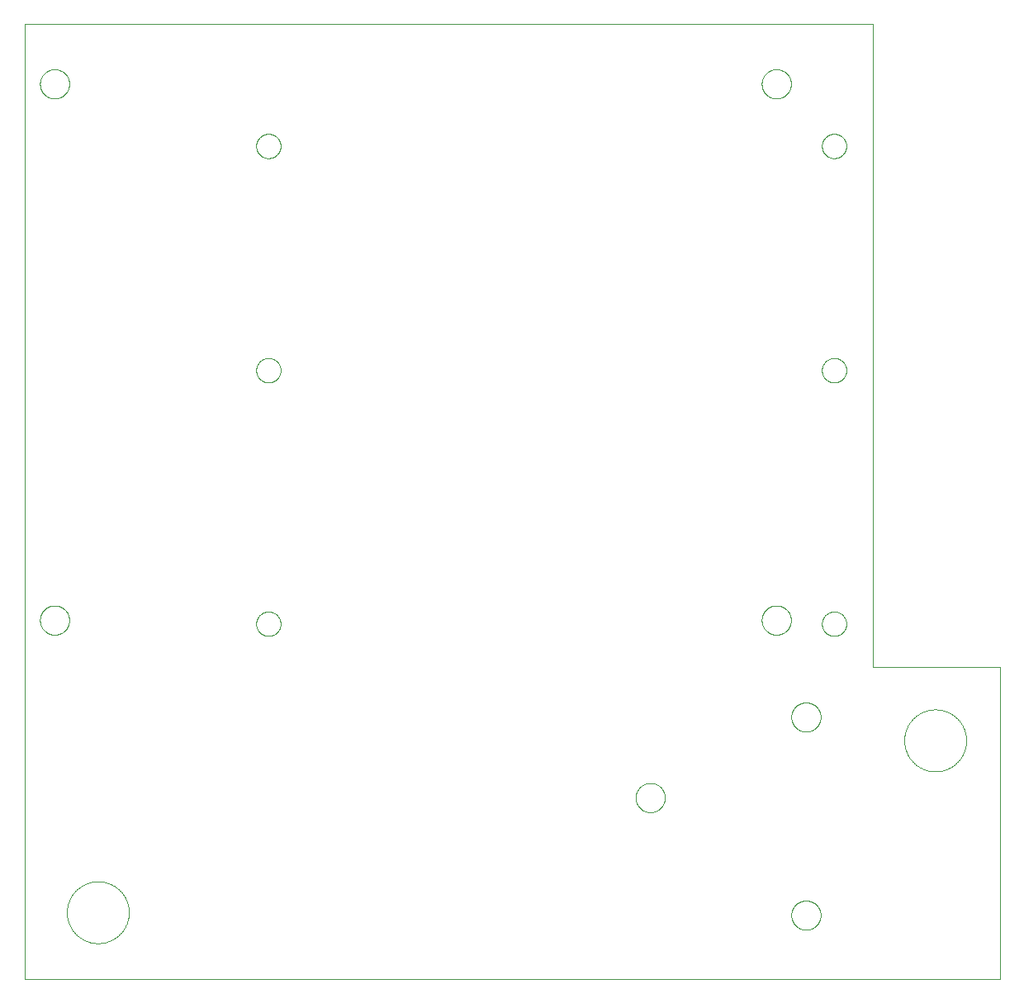
<source format=gbp>
G75*
%MOIN*%
%OFA0B0*%
%FSLAX25Y25*%
%IPPOS*%
%LPD*%
%AMOC8*
5,1,8,0,0,1.08239X$1,22.5*
%
%ADD10C,0.00000*%
D10*
X0017623Y0012379D02*
X0017623Y0398206D01*
X0360143Y0398206D01*
X0360143Y0138363D01*
X0411324Y0138363D01*
X0411324Y0012379D01*
X0017623Y0012379D01*
X0034808Y0039343D02*
X0034812Y0039650D01*
X0034823Y0039956D01*
X0034842Y0040263D01*
X0034868Y0040568D01*
X0034902Y0040873D01*
X0034943Y0041177D01*
X0034992Y0041480D01*
X0035048Y0041782D01*
X0035112Y0042082D01*
X0035183Y0042380D01*
X0035261Y0042677D01*
X0035346Y0042972D01*
X0035439Y0043264D01*
X0035539Y0043554D01*
X0035646Y0043842D01*
X0035760Y0044127D01*
X0035880Y0044409D01*
X0036008Y0044687D01*
X0036143Y0044963D01*
X0036284Y0045235D01*
X0036432Y0045504D01*
X0036586Y0045769D01*
X0036747Y0046030D01*
X0036915Y0046288D01*
X0037088Y0046541D01*
X0037268Y0046789D01*
X0037454Y0047033D01*
X0037645Y0047273D01*
X0037843Y0047508D01*
X0038046Y0047737D01*
X0038255Y0047962D01*
X0038469Y0048182D01*
X0038689Y0048396D01*
X0038914Y0048605D01*
X0039143Y0048808D01*
X0039378Y0049006D01*
X0039618Y0049197D01*
X0039862Y0049383D01*
X0040110Y0049563D01*
X0040363Y0049736D01*
X0040621Y0049904D01*
X0040882Y0050065D01*
X0041147Y0050219D01*
X0041416Y0050367D01*
X0041688Y0050508D01*
X0041964Y0050643D01*
X0042242Y0050771D01*
X0042524Y0050891D01*
X0042809Y0051005D01*
X0043097Y0051112D01*
X0043387Y0051212D01*
X0043679Y0051305D01*
X0043974Y0051390D01*
X0044271Y0051468D01*
X0044569Y0051539D01*
X0044869Y0051603D01*
X0045171Y0051659D01*
X0045474Y0051708D01*
X0045778Y0051749D01*
X0046083Y0051783D01*
X0046388Y0051809D01*
X0046695Y0051828D01*
X0047001Y0051839D01*
X0047308Y0051843D01*
X0047615Y0051839D01*
X0047921Y0051828D01*
X0048228Y0051809D01*
X0048533Y0051783D01*
X0048838Y0051749D01*
X0049142Y0051708D01*
X0049445Y0051659D01*
X0049747Y0051603D01*
X0050047Y0051539D01*
X0050345Y0051468D01*
X0050642Y0051390D01*
X0050937Y0051305D01*
X0051229Y0051212D01*
X0051519Y0051112D01*
X0051807Y0051005D01*
X0052092Y0050891D01*
X0052374Y0050771D01*
X0052652Y0050643D01*
X0052928Y0050508D01*
X0053200Y0050367D01*
X0053469Y0050219D01*
X0053734Y0050065D01*
X0053995Y0049904D01*
X0054253Y0049736D01*
X0054506Y0049563D01*
X0054754Y0049383D01*
X0054998Y0049197D01*
X0055238Y0049006D01*
X0055473Y0048808D01*
X0055702Y0048605D01*
X0055927Y0048396D01*
X0056147Y0048182D01*
X0056361Y0047962D01*
X0056570Y0047737D01*
X0056773Y0047508D01*
X0056971Y0047273D01*
X0057162Y0047033D01*
X0057348Y0046789D01*
X0057528Y0046541D01*
X0057701Y0046288D01*
X0057869Y0046030D01*
X0058030Y0045769D01*
X0058184Y0045504D01*
X0058332Y0045235D01*
X0058473Y0044963D01*
X0058608Y0044687D01*
X0058736Y0044409D01*
X0058856Y0044127D01*
X0058970Y0043842D01*
X0059077Y0043554D01*
X0059177Y0043264D01*
X0059270Y0042972D01*
X0059355Y0042677D01*
X0059433Y0042380D01*
X0059504Y0042082D01*
X0059568Y0041782D01*
X0059624Y0041480D01*
X0059673Y0041177D01*
X0059714Y0040873D01*
X0059748Y0040568D01*
X0059774Y0040263D01*
X0059793Y0039956D01*
X0059804Y0039650D01*
X0059808Y0039343D01*
X0059804Y0039036D01*
X0059793Y0038730D01*
X0059774Y0038423D01*
X0059748Y0038118D01*
X0059714Y0037813D01*
X0059673Y0037509D01*
X0059624Y0037206D01*
X0059568Y0036904D01*
X0059504Y0036604D01*
X0059433Y0036306D01*
X0059355Y0036009D01*
X0059270Y0035714D01*
X0059177Y0035422D01*
X0059077Y0035132D01*
X0058970Y0034844D01*
X0058856Y0034559D01*
X0058736Y0034277D01*
X0058608Y0033999D01*
X0058473Y0033723D01*
X0058332Y0033451D01*
X0058184Y0033182D01*
X0058030Y0032917D01*
X0057869Y0032656D01*
X0057701Y0032398D01*
X0057528Y0032145D01*
X0057348Y0031897D01*
X0057162Y0031653D01*
X0056971Y0031413D01*
X0056773Y0031178D01*
X0056570Y0030949D01*
X0056361Y0030724D01*
X0056147Y0030504D01*
X0055927Y0030290D01*
X0055702Y0030081D01*
X0055473Y0029878D01*
X0055238Y0029680D01*
X0054998Y0029489D01*
X0054754Y0029303D01*
X0054506Y0029123D01*
X0054253Y0028950D01*
X0053995Y0028782D01*
X0053734Y0028621D01*
X0053469Y0028467D01*
X0053200Y0028319D01*
X0052928Y0028178D01*
X0052652Y0028043D01*
X0052374Y0027915D01*
X0052092Y0027795D01*
X0051807Y0027681D01*
X0051519Y0027574D01*
X0051229Y0027474D01*
X0050937Y0027381D01*
X0050642Y0027296D01*
X0050345Y0027218D01*
X0050047Y0027147D01*
X0049747Y0027083D01*
X0049445Y0027027D01*
X0049142Y0026978D01*
X0048838Y0026937D01*
X0048533Y0026903D01*
X0048228Y0026877D01*
X0047921Y0026858D01*
X0047615Y0026847D01*
X0047308Y0026843D01*
X0047001Y0026847D01*
X0046695Y0026858D01*
X0046388Y0026877D01*
X0046083Y0026903D01*
X0045778Y0026937D01*
X0045474Y0026978D01*
X0045171Y0027027D01*
X0044869Y0027083D01*
X0044569Y0027147D01*
X0044271Y0027218D01*
X0043974Y0027296D01*
X0043679Y0027381D01*
X0043387Y0027474D01*
X0043097Y0027574D01*
X0042809Y0027681D01*
X0042524Y0027795D01*
X0042242Y0027915D01*
X0041964Y0028043D01*
X0041688Y0028178D01*
X0041416Y0028319D01*
X0041147Y0028467D01*
X0040882Y0028621D01*
X0040621Y0028782D01*
X0040363Y0028950D01*
X0040110Y0029123D01*
X0039862Y0029303D01*
X0039618Y0029489D01*
X0039378Y0029680D01*
X0039143Y0029878D01*
X0038914Y0030081D01*
X0038689Y0030290D01*
X0038469Y0030504D01*
X0038255Y0030724D01*
X0038046Y0030949D01*
X0037843Y0031178D01*
X0037645Y0031413D01*
X0037454Y0031653D01*
X0037268Y0031897D01*
X0037088Y0032145D01*
X0036915Y0032398D01*
X0036747Y0032656D01*
X0036586Y0032917D01*
X0036432Y0033182D01*
X0036284Y0033451D01*
X0036143Y0033723D01*
X0036008Y0033999D01*
X0035880Y0034277D01*
X0035760Y0034559D01*
X0035646Y0034844D01*
X0035539Y0035132D01*
X0035439Y0035422D01*
X0035346Y0035714D01*
X0035261Y0036009D01*
X0035183Y0036306D01*
X0035112Y0036604D01*
X0035048Y0036904D01*
X0034992Y0037206D01*
X0034943Y0037509D01*
X0034902Y0037813D01*
X0034868Y0038118D01*
X0034842Y0038423D01*
X0034823Y0038730D01*
X0034812Y0039036D01*
X0034808Y0039343D01*
X0111206Y0155843D02*
X0111208Y0155983D01*
X0111214Y0156123D01*
X0111224Y0156262D01*
X0111238Y0156401D01*
X0111256Y0156540D01*
X0111277Y0156678D01*
X0111303Y0156816D01*
X0111333Y0156953D01*
X0111366Y0157088D01*
X0111404Y0157223D01*
X0111445Y0157357D01*
X0111490Y0157490D01*
X0111538Y0157621D01*
X0111591Y0157750D01*
X0111647Y0157879D01*
X0111706Y0158005D01*
X0111770Y0158130D01*
X0111836Y0158253D01*
X0111907Y0158374D01*
X0111980Y0158493D01*
X0112057Y0158610D01*
X0112138Y0158724D01*
X0112221Y0158836D01*
X0112308Y0158946D01*
X0112398Y0159054D01*
X0112490Y0159158D01*
X0112586Y0159260D01*
X0112685Y0159360D01*
X0112786Y0159456D01*
X0112890Y0159550D01*
X0112997Y0159640D01*
X0113106Y0159727D01*
X0113218Y0159812D01*
X0113332Y0159893D01*
X0113448Y0159971D01*
X0113566Y0160045D01*
X0113687Y0160116D01*
X0113809Y0160184D01*
X0113934Y0160248D01*
X0114060Y0160309D01*
X0114187Y0160366D01*
X0114317Y0160419D01*
X0114448Y0160469D01*
X0114580Y0160514D01*
X0114713Y0160557D01*
X0114848Y0160595D01*
X0114983Y0160629D01*
X0115120Y0160660D01*
X0115257Y0160687D01*
X0115395Y0160709D01*
X0115534Y0160728D01*
X0115673Y0160743D01*
X0115812Y0160754D01*
X0115952Y0160761D01*
X0116092Y0160764D01*
X0116232Y0160763D01*
X0116372Y0160758D01*
X0116511Y0160749D01*
X0116651Y0160736D01*
X0116790Y0160719D01*
X0116928Y0160698D01*
X0117066Y0160674D01*
X0117203Y0160645D01*
X0117339Y0160613D01*
X0117474Y0160576D01*
X0117608Y0160536D01*
X0117741Y0160492D01*
X0117872Y0160444D01*
X0118002Y0160393D01*
X0118131Y0160338D01*
X0118258Y0160279D01*
X0118383Y0160216D01*
X0118506Y0160151D01*
X0118628Y0160081D01*
X0118747Y0160008D01*
X0118865Y0159932D01*
X0118980Y0159853D01*
X0119093Y0159770D01*
X0119203Y0159684D01*
X0119311Y0159595D01*
X0119416Y0159503D01*
X0119519Y0159408D01*
X0119619Y0159310D01*
X0119716Y0159210D01*
X0119810Y0159106D01*
X0119902Y0159000D01*
X0119990Y0158892D01*
X0120075Y0158781D01*
X0120157Y0158667D01*
X0120236Y0158551D01*
X0120311Y0158434D01*
X0120383Y0158314D01*
X0120451Y0158192D01*
X0120516Y0158068D01*
X0120578Y0157942D01*
X0120636Y0157815D01*
X0120690Y0157686D01*
X0120741Y0157555D01*
X0120787Y0157423D01*
X0120830Y0157290D01*
X0120870Y0157156D01*
X0120905Y0157021D01*
X0120937Y0156884D01*
X0120964Y0156747D01*
X0120988Y0156609D01*
X0121008Y0156471D01*
X0121024Y0156332D01*
X0121036Y0156192D01*
X0121044Y0156053D01*
X0121048Y0155913D01*
X0121048Y0155773D01*
X0121044Y0155633D01*
X0121036Y0155494D01*
X0121024Y0155354D01*
X0121008Y0155215D01*
X0120988Y0155077D01*
X0120964Y0154939D01*
X0120937Y0154802D01*
X0120905Y0154665D01*
X0120870Y0154530D01*
X0120830Y0154396D01*
X0120787Y0154263D01*
X0120741Y0154131D01*
X0120690Y0154000D01*
X0120636Y0153871D01*
X0120578Y0153744D01*
X0120516Y0153618D01*
X0120451Y0153494D01*
X0120383Y0153372D01*
X0120311Y0153252D01*
X0120236Y0153135D01*
X0120157Y0153019D01*
X0120075Y0152905D01*
X0119990Y0152794D01*
X0119902Y0152686D01*
X0119810Y0152580D01*
X0119716Y0152476D01*
X0119619Y0152376D01*
X0119519Y0152278D01*
X0119416Y0152183D01*
X0119311Y0152091D01*
X0119203Y0152002D01*
X0119093Y0151916D01*
X0118980Y0151833D01*
X0118865Y0151754D01*
X0118747Y0151678D01*
X0118628Y0151605D01*
X0118506Y0151535D01*
X0118383Y0151470D01*
X0118258Y0151407D01*
X0118131Y0151348D01*
X0118002Y0151293D01*
X0117872Y0151242D01*
X0117741Y0151194D01*
X0117608Y0151150D01*
X0117474Y0151110D01*
X0117339Y0151073D01*
X0117203Y0151041D01*
X0117066Y0151012D01*
X0116928Y0150988D01*
X0116790Y0150967D01*
X0116651Y0150950D01*
X0116511Y0150937D01*
X0116372Y0150928D01*
X0116232Y0150923D01*
X0116092Y0150922D01*
X0115952Y0150925D01*
X0115812Y0150932D01*
X0115673Y0150943D01*
X0115534Y0150958D01*
X0115395Y0150977D01*
X0115257Y0150999D01*
X0115120Y0151026D01*
X0114983Y0151057D01*
X0114848Y0151091D01*
X0114713Y0151129D01*
X0114580Y0151172D01*
X0114448Y0151217D01*
X0114317Y0151267D01*
X0114187Y0151320D01*
X0114060Y0151377D01*
X0113934Y0151438D01*
X0113809Y0151502D01*
X0113687Y0151570D01*
X0113566Y0151641D01*
X0113448Y0151715D01*
X0113332Y0151793D01*
X0113218Y0151874D01*
X0113106Y0151959D01*
X0112997Y0152046D01*
X0112890Y0152136D01*
X0112786Y0152230D01*
X0112685Y0152326D01*
X0112586Y0152426D01*
X0112490Y0152528D01*
X0112398Y0152632D01*
X0112308Y0152740D01*
X0112221Y0152850D01*
X0112138Y0152962D01*
X0112057Y0153076D01*
X0111980Y0153193D01*
X0111907Y0153312D01*
X0111836Y0153433D01*
X0111770Y0153556D01*
X0111706Y0153681D01*
X0111647Y0153807D01*
X0111591Y0153936D01*
X0111538Y0154065D01*
X0111490Y0154196D01*
X0111445Y0154329D01*
X0111404Y0154463D01*
X0111366Y0154598D01*
X0111333Y0154733D01*
X0111303Y0154870D01*
X0111277Y0155008D01*
X0111256Y0155146D01*
X0111238Y0155285D01*
X0111224Y0155424D01*
X0111214Y0155563D01*
X0111208Y0155703D01*
X0111206Y0155843D01*
X0023914Y0157316D02*
X0023916Y0157469D01*
X0023922Y0157623D01*
X0023932Y0157776D01*
X0023946Y0157928D01*
X0023964Y0158081D01*
X0023986Y0158232D01*
X0024011Y0158383D01*
X0024041Y0158534D01*
X0024075Y0158684D01*
X0024112Y0158832D01*
X0024153Y0158980D01*
X0024198Y0159126D01*
X0024247Y0159272D01*
X0024300Y0159416D01*
X0024356Y0159558D01*
X0024416Y0159699D01*
X0024480Y0159839D01*
X0024547Y0159977D01*
X0024618Y0160113D01*
X0024693Y0160247D01*
X0024770Y0160379D01*
X0024852Y0160509D01*
X0024936Y0160637D01*
X0025024Y0160763D01*
X0025115Y0160886D01*
X0025209Y0161007D01*
X0025307Y0161125D01*
X0025407Y0161241D01*
X0025511Y0161354D01*
X0025617Y0161465D01*
X0025726Y0161573D01*
X0025838Y0161678D01*
X0025952Y0161779D01*
X0026070Y0161878D01*
X0026189Y0161974D01*
X0026311Y0162067D01*
X0026436Y0162156D01*
X0026563Y0162243D01*
X0026692Y0162325D01*
X0026823Y0162405D01*
X0026956Y0162481D01*
X0027091Y0162554D01*
X0027228Y0162623D01*
X0027367Y0162688D01*
X0027507Y0162750D01*
X0027649Y0162808D01*
X0027792Y0162863D01*
X0027937Y0162914D01*
X0028083Y0162961D01*
X0028230Y0163004D01*
X0028378Y0163043D01*
X0028527Y0163079D01*
X0028677Y0163110D01*
X0028828Y0163138D01*
X0028979Y0163162D01*
X0029132Y0163182D01*
X0029284Y0163198D01*
X0029437Y0163210D01*
X0029590Y0163218D01*
X0029743Y0163222D01*
X0029897Y0163222D01*
X0030050Y0163218D01*
X0030203Y0163210D01*
X0030356Y0163198D01*
X0030508Y0163182D01*
X0030661Y0163162D01*
X0030812Y0163138D01*
X0030963Y0163110D01*
X0031113Y0163079D01*
X0031262Y0163043D01*
X0031410Y0163004D01*
X0031557Y0162961D01*
X0031703Y0162914D01*
X0031848Y0162863D01*
X0031991Y0162808D01*
X0032133Y0162750D01*
X0032273Y0162688D01*
X0032412Y0162623D01*
X0032549Y0162554D01*
X0032684Y0162481D01*
X0032817Y0162405D01*
X0032948Y0162325D01*
X0033077Y0162243D01*
X0033204Y0162156D01*
X0033329Y0162067D01*
X0033451Y0161974D01*
X0033570Y0161878D01*
X0033688Y0161779D01*
X0033802Y0161678D01*
X0033914Y0161573D01*
X0034023Y0161465D01*
X0034129Y0161354D01*
X0034233Y0161241D01*
X0034333Y0161125D01*
X0034431Y0161007D01*
X0034525Y0160886D01*
X0034616Y0160763D01*
X0034704Y0160637D01*
X0034788Y0160509D01*
X0034870Y0160379D01*
X0034947Y0160247D01*
X0035022Y0160113D01*
X0035093Y0159977D01*
X0035160Y0159839D01*
X0035224Y0159699D01*
X0035284Y0159558D01*
X0035340Y0159416D01*
X0035393Y0159272D01*
X0035442Y0159126D01*
X0035487Y0158980D01*
X0035528Y0158832D01*
X0035565Y0158684D01*
X0035599Y0158534D01*
X0035629Y0158383D01*
X0035654Y0158232D01*
X0035676Y0158081D01*
X0035694Y0157928D01*
X0035708Y0157776D01*
X0035718Y0157623D01*
X0035724Y0157469D01*
X0035726Y0157316D01*
X0035724Y0157163D01*
X0035718Y0157009D01*
X0035708Y0156856D01*
X0035694Y0156704D01*
X0035676Y0156551D01*
X0035654Y0156400D01*
X0035629Y0156249D01*
X0035599Y0156098D01*
X0035565Y0155948D01*
X0035528Y0155800D01*
X0035487Y0155652D01*
X0035442Y0155506D01*
X0035393Y0155360D01*
X0035340Y0155216D01*
X0035284Y0155074D01*
X0035224Y0154933D01*
X0035160Y0154793D01*
X0035093Y0154655D01*
X0035022Y0154519D01*
X0034947Y0154385D01*
X0034870Y0154253D01*
X0034788Y0154123D01*
X0034704Y0153995D01*
X0034616Y0153869D01*
X0034525Y0153746D01*
X0034431Y0153625D01*
X0034333Y0153507D01*
X0034233Y0153391D01*
X0034129Y0153278D01*
X0034023Y0153167D01*
X0033914Y0153059D01*
X0033802Y0152954D01*
X0033688Y0152853D01*
X0033570Y0152754D01*
X0033451Y0152658D01*
X0033329Y0152565D01*
X0033204Y0152476D01*
X0033077Y0152389D01*
X0032948Y0152307D01*
X0032817Y0152227D01*
X0032684Y0152151D01*
X0032549Y0152078D01*
X0032412Y0152009D01*
X0032273Y0151944D01*
X0032133Y0151882D01*
X0031991Y0151824D01*
X0031848Y0151769D01*
X0031703Y0151718D01*
X0031557Y0151671D01*
X0031410Y0151628D01*
X0031262Y0151589D01*
X0031113Y0151553D01*
X0030963Y0151522D01*
X0030812Y0151494D01*
X0030661Y0151470D01*
X0030508Y0151450D01*
X0030356Y0151434D01*
X0030203Y0151422D01*
X0030050Y0151414D01*
X0029897Y0151410D01*
X0029743Y0151410D01*
X0029590Y0151414D01*
X0029437Y0151422D01*
X0029284Y0151434D01*
X0029132Y0151450D01*
X0028979Y0151470D01*
X0028828Y0151494D01*
X0028677Y0151522D01*
X0028527Y0151553D01*
X0028378Y0151589D01*
X0028230Y0151628D01*
X0028083Y0151671D01*
X0027937Y0151718D01*
X0027792Y0151769D01*
X0027649Y0151824D01*
X0027507Y0151882D01*
X0027367Y0151944D01*
X0027228Y0152009D01*
X0027091Y0152078D01*
X0026956Y0152151D01*
X0026823Y0152227D01*
X0026692Y0152307D01*
X0026563Y0152389D01*
X0026436Y0152476D01*
X0026311Y0152565D01*
X0026189Y0152658D01*
X0026070Y0152754D01*
X0025952Y0152853D01*
X0025838Y0152954D01*
X0025726Y0153059D01*
X0025617Y0153167D01*
X0025511Y0153278D01*
X0025407Y0153391D01*
X0025307Y0153507D01*
X0025209Y0153625D01*
X0025115Y0153746D01*
X0025024Y0153869D01*
X0024936Y0153995D01*
X0024852Y0154123D01*
X0024770Y0154253D01*
X0024693Y0154385D01*
X0024618Y0154519D01*
X0024547Y0154655D01*
X0024480Y0154793D01*
X0024416Y0154933D01*
X0024356Y0155074D01*
X0024300Y0155216D01*
X0024247Y0155360D01*
X0024198Y0155506D01*
X0024153Y0155652D01*
X0024112Y0155800D01*
X0024075Y0155948D01*
X0024041Y0156098D01*
X0024011Y0156249D01*
X0023986Y0156400D01*
X0023964Y0156551D01*
X0023946Y0156704D01*
X0023932Y0156856D01*
X0023922Y0157009D01*
X0023916Y0157163D01*
X0023914Y0157316D01*
X0111206Y0258206D02*
X0111208Y0258346D01*
X0111214Y0258486D01*
X0111224Y0258625D01*
X0111238Y0258764D01*
X0111256Y0258903D01*
X0111277Y0259041D01*
X0111303Y0259179D01*
X0111333Y0259316D01*
X0111366Y0259451D01*
X0111404Y0259586D01*
X0111445Y0259720D01*
X0111490Y0259853D01*
X0111538Y0259984D01*
X0111591Y0260113D01*
X0111647Y0260242D01*
X0111706Y0260368D01*
X0111770Y0260493D01*
X0111836Y0260616D01*
X0111907Y0260737D01*
X0111980Y0260856D01*
X0112057Y0260973D01*
X0112138Y0261087D01*
X0112221Y0261199D01*
X0112308Y0261309D01*
X0112398Y0261417D01*
X0112490Y0261521D01*
X0112586Y0261623D01*
X0112685Y0261723D01*
X0112786Y0261819D01*
X0112890Y0261913D01*
X0112997Y0262003D01*
X0113106Y0262090D01*
X0113218Y0262175D01*
X0113332Y0262256D01*
X0113448Y0262334D01*
X0113566Y0262408D01*
X0113687Y0262479D01*
X0113809Y0262547D01*
X0113934Y0262611D01*
X0114060Y0262672D01*
X0114187Y0262729D01*
X0114317Y0262782D01*
X0114448Y0262832D01*
X0114580Y0262877D01*
X0114713Y0262920D01*
X0114848Y0262958D01*
X0114983Y0262992D01*
X0115120Y0263023D01*
X0115257Y0263050D01*
X0115395Y0263072D01*
X0115534Y0263091D01*
X0115673Y0263106D01*
X0115812Y0263117D01*
X0115952Y0263124D01*
X0116092Y0263127D01*
X0116232Y0263126D01*
X0116372Y0263121D01*
X0116511Y0263112D01*
X0116651Y0263099D01*
X0116790Y0263082D01*
X0116928Y0263061D01*
X0117066Y0263037D01*
X0117203Y0263008D01*
X0117339Y0262976D01*
X0117474Y0262939D01*
X0117608Y0262899D01*
X0117741Y0262855D01*
X0117872Y0262807D01*
X0118002Y0262756D01*
X0118131Y0262701D01*
X0118258Y0262642D01*
X0118383Y0262579D01*
X0118506Y0262514D01*
X0118628Y0262444D01*
X0118747Y0262371D01*
X0118865Y0262295D01*
X0118980Y0262216D01*
X0119093Y0262133D01*
X0119203Y0262047D01*
X0119311Y0261958D01*
X0119416Y0261866D01*
X0119519Y0261771D01*
X0119619Y0261673D01*
X0119716Y0261573D01*
X0119810Y0261469D01*
X0119902Y0261363D01*
X0119990Y0261255D01*
X0120075Y0261144D01*
X0120157Y0261030D01*
X0120236Y0260914D01*
X0120311Y0260797D01*
X0120383Y0260677D01*
X0120451Y0260555D01*
X0120516Y0260431D01*
X0120578Y0260305D01*
X0120636Y0260178D01*
X0120690Y0260049D01*
X0120741Y0259918D01*
X0120787Y0259786D01*
X0120830Y0259653D01*
X0120870Y0259519D01*
X0120905Y0259384D01*
X0120937Y0259247D01*
X0120964Y0259110D01*
X0120988Y0258972D01*
X0121008Y0258834D01*
X0121024Y0258695D01*
X0121036Y0258555D01*
X0121044Y0258416D01*
X0121048Y0258276D01*
X0121048Y0258136D01*
X0121044Y0257996D01*
X0121036Y0257857D01*
X0121024Y0257717D01*
X0121008Y0257578D01*
X0120988Y0257440D01*
X0120964Y0257302D01*
X0120937Y0257165D01*
X0120905Y0257028D01*
X0120870Y0256893D01*
X0120830Y0256759D01*
X0120787Y0256626D01*
X0120741Y0256494D01*
X0120690Y0256363D01*
X0120636Y0256234D01*
X0120578Y0256107D01*
X0120516Y0255981D01*
X0120451Y0255857D01*
X0120383Y0255735D01*
X0120311Y0255615D01*
X0120236Y0255498D01*
X0120157Y0255382D01*
X0120075Y0255268D01*
X0119990Y0255157D01*
X0119902Y0255049D01*
X0119810Y0254943D01*
X0119716Y0254839D01*
X0119619Y0254739D01*
X0119519Y0254641D01*
X0119416Y0254546D01*
X0119311Y0254454D01*
X0119203Y0254365D01*
X0119093Y0254279D01*
X0118980Y0254196D01*
X0118865Y0254117D01*
X0118747Y0254041D01*
X0118628Y0253968D01*
X0118506Y0253898D01*
X0118383Y0253833D01*
X0118258Y0253770D01*
X0118131Y0253711D01*
X0118002Y0253656D01*
X0117872Y0253605D01*
X0117741Y0253557D01*
X0117608Y0253513D01*
X0117474Y0253473D01*
X0117339Y0253436D01*
X0117203Y0253404D01*
X0117066Y0253375D01*
X0116928Y0253351D01*
X0116790Y0253330D01*
X0116651Y0253313D01*
X0116511Y0253300D01*
X0116372Y0253291D01*
X0116232Y0253286D01*
X0116092Y0253285D01*
X0115952Y0253288D01*
X0115812Y0253295D01*
X0115673Y0253306D01*
X0115534Y0253321D01*
X0115395Y0253340D01*
X0115257Y0253362D01*
X0115120Y0253389D01*
X0114983Y0253420D01*
X0114848Y0253454D01*
X0114713Y0253492D01*
X0114580Y0253535D01*
X0114448Y0253580D01*
X0114317Y0253630D01*
X0114187Y0253683D01*
X0114060Y0253740D01*
X0113934Y0253801D01*
X0113809Y0253865D01*
X0113687Y0253933D01*
X0113566Y0254004D01*
X0113448Y0254078D01*
X0113332Y0254156D01*
X0113218Y0254237D01*
X0113106Y0254322D01*
X0112997Y0254409D01*
X0112890Y0254499D01*
X0112786Y0254593D01*
X0112685Y0254689D01*
X0112586Y0254789D01*
X0112490Y0254891D01*
X0112398Y0254995D01*
X0112308Y0255103D01*
X0112221Y0255213D01*
X0112138Y0255325D01*
X0112057Y0255439D01*
X0111980Y0255556D01*
X0111907Y0255675D01*
X0111836Y0255796D01*
X0111770Y0255919D01*
X0111706Y0256044D01*
X0111647Y0256170D01*
X0111591Y0256299D01*
X0111538Y0256428D01*
X0111490Y0256559D01*
X0111445Y0256692D01*
X0111404Y0256826D01*
X0111366Y0256961D01*
X0111333Y0257096D01*
X0111303Y0257233D01*
X0111277Y0257371D01*
X0111256Y0257509D01*
X0111238Y0257648D01*
X0111224Y0257787D01*
X0111214Y0257926D01*
X0111208Y0258066D01*
X0111206Y0258206D01*
X0111206Y0348757D02*
X0111208Y0348897D01*
X0111214Y0349037D01*
X0111224Y0349176D01*
X0111238Y0349315D01*
X0111256Y0349454D01*
X0111277Y0349592D01*
X0111303Y0349730D01*
X0111333Y0349867D01*
X0111366Y0350002D01*
X0111404Y0350137D01*
X0111445Y0350271D01*
X0111490Y0350404D01*
X0111538Y0350535D01*
X0111591Y0350664D01*
X0111647Y0350793D01*
X0111706Y0350919D01*
X0111770Y0351044D01*
X0111836Y0351167D01*
X0111907Y0351288D01*
X0111980Y0351407D01*
X0112057Y0351524D01*
X0112138Y0351638D01*
X0112221Y0351750D01*
X0112308Y0351860D01*
X0112398Y0351968D01*
X0112490Y0352072D01*
X0112586Y0352174D01*
X0112685Y0352274D01*
X0112786Y0352370D01*
X0112890Y0352464D01*
X0112997Y0352554D01*
X0113106Y0352641D01*
X0113218Y0352726D01*
X0113332Y0352807D01*
X0113448Y0352885D01*
X0113566Y0352959D01*
X0113687Y0353030D01*
X0113809Y0353098D01*
X0113934Y0353162D01*
X0114060Y0353223D01*
X0114187Y0353280D01*
X0114317Y0353333D01*
X0114448Y0353383D01*
X0114580Y0353428D01*
X0114713Y0353471D01*
X0114848Y0353509D01*
X0114983Y0353543D01*
X0115120Y0353574D01*
X0115257Y0353601D01*
X0115395Y0353623D01*
X0115534Y0353642D01*
X0115673Y0353657D01*
X0115812Y0353668D01*
X0115952Y0353675D01*
X0116092Y0353678D01*
X0116232Y0353677D01*
X0116372Y0353672D01*
X0116511Y0353663D01*
X0116651Y0353650D01*
X0116790Y0353633D01*
X0116928Y0353612D01*
X0117066Y0353588D01*
X0117203Y0353559D01*
X0117339Y0353527D01*
X0117474Y0353490D01*
X0117608Y0353450D01*
X0117741Y0353406D01*
X0117872Y0353358D01*
X0118002Y0353307D01*
X0118131Y0353252D01*
X0118258Y0353193D01*
X0118383Y0353130D01*
X0118506Y0353065D01*
X0118628Y0352995D01*
X0118747Y0352922D01*
X0118865Y0352846D01*
X0118980Y0352767D01*
X0119093Y0352684D01*
X0119203Y0352598D01*
X0119311Y0352509D01*
X0119416Y0352417D01*
X0119519Y0352322D01*
X0119619Y0352224D01*
X0119716Y0352124D01*
X0119810Y0352020D01*
X0119902Y0351914D01*
X0119990Y0351806D01*
X0120075Y0351695D01*
X0120157Y0351581D01*
X0120236Y0351465D01*
X0120311Y0351348D01*
X0120383Y0351228D01*
X0120451Y0351106D01*
X0120516Y0350982D01*
X0120578Y0350856D01*
X0120636Y0350729D01*
X0120690Y0350600D01*
X0120741Y0350469D01*
X0120787Y0350337D01*
X0120830Y0350204D01*
X0120870Y0350070D01*
X0120905Y0349935D01*
X0120937Y0349798D01*
X0120964Y0349661D01*
X0120988Y0349523D01*
X0121008Y0349385D01*
X0121024Y0349246D01*
X0121036Y0349106D01*
X0121044Y0348967D01*
X0121048Y0348827D01*
X0121048Y0348687D01*
X0121044Y0348547D01*
X0121036Y0348408D01*
X0121024Y0348268D01*
X0121008Y0348129D01*
X0120988Y0347991D01*
X0120964Y0347853D01*
X0120937Y0347716D01*
X0120905Y0347579D01*
X0120870Y0347444D01*
X0120830Y0347310D01*
X0120787Y0347177D01*
X0120741Y0347045D01*
X0120690Y0346914D01*
X0120636Y0346785D01*
X0120578Y0346658D01*
X0120516Y0346532D01*
X0120451Y0346408D01*
X0120383Y0346286D01*
X0120311Y0346166D01*
X0120236Y0346049D01*
X0120157Y0345933D01*
X0120075Y0345819D01*
X0119990Y0345708D01*
X0119902Y0345600D01*
X0119810Y0345494D01*
X0119716Y0345390D01*
X0119619Y0345290D01*
X0119519Y0345192D01*
X0119416Y0345097D01*
X0119311Y0345005D01*
X0119203Y0344916D01*
X0119093Y0344830D01*
X0118980Y0344747D01*
X0118865Y0344668D01*
X0118747Y0344592D01*
X0118628Y0344519D01*
X0118506Y0344449D01*
X0118383Y0344384D01*
X0118258Y0344321D01*
X0118131Y0344262D01*
X0118002Y0344207D01*
X0117872Y0344156D01*
X0117741Y0344108D01*
X0117608Y0344064D01*
X0117474Y0344024D01*
X0117339Y0343987D01*
X0117203Y0343955D01*
X0117066Y0343926D01*
X0116928Y0343902D01*
X0116790Y0343881D01*
X0116651Y0343864D01*
X0116511Y0343851D01*
X0116372Y0343842D01*
X0116232Y0343837D01*
X0116092Y0343836D01*
X0115952Y0343839D01*
X0115812Y0343846D01*
X0115673Y0343857D01*
X0115534Y0343872D01*
X0115395Y0343891D01*
X0115257Y0343913D01*
X0115120Y0343940D01*
X0114983Y0343971D01*
X0114848Y0344005D01*
X0114713Y0344043D01*
X0114580Y0344086D01*
X0114448Y0344131D01*
X0114317Y0344181D01*
X0114187Y0344234D01*
X0114060Y0344291D01*
X0113934Y0344352D01*
X0113809Y0344416D01*
X0113687Y0344484D01*
X0113566Y0344555D01*
X0113448Y0344629D01*
X0113332Y0344707D01*
X0113218Y0344788D01*
X0113106Y0344873D01*
X0112997Y0344960D01*
X0112890Y0345050D01*
X0112786Y0345144D01*
X0112685Y0345240D01*
X0112586Y0345340D01*
X0112490Y0345442D01*
X0112398Y0345546D01*
X0112308Y0345654D01*
X0112221Y0345764D01*
X0112138Y0345876D01*
X0112057Y0345990D01*
X0111980Y0346107D01*
X0111907Y0346226D01*
X0111836Y0346347D01*
X0111770Y0346470D01*
X0111706Y0346595D01*
X0111647Y0346721D01*
X0111591Y0346850D01*
X0111538Y0346979D01*
X0111490Y0347110D01*
X0111445Y0347243D01*
X0111404Y0347377D01*
X0111366Y0347512D01*
X0111333Y0347647D01*
X0111303Y0347784D01*
X0111277Y0347922D01*
X0111256Y0348060D01*
X0111238Y0348199D01*
X0111224Y0348338D01*
X0111214Y0348477D01*
X0111208Y0348617D01*
X0111206Y0348757D01*
X0023914Y0373851D02*
X0023916Y0374004D01*
X0023922Y0374158D01*
X0023932Y0374311D01*
X0023946Y0374463D01*
X0023964Y0374616D01*
X0023986Y0374767D01*
X0024011Y0374918D01*
X0024041Y0375069D01*
X0024075Y0375219D01*
X0024112Y0375367D01*
X0024153Y0375515D01*
X0024198Y0375661D01*
X0024247Y0375807D01*
X0024300Y0375951D01*
X0024356Y0376093D01*
X0024416Y0376234D01*
X0024480Y0376374D01*
X0024547Y0376512D01*
X0024618Y0376648D01*
X0024693Y0376782D01*
X0024770Y0376914D01*
X0024852Y0377044D01*
X0024936Y0377172D01*
X0025024Y0377298D01*
X0025115Y0377421D01*
X0025209Y0377542D01*
X0025307Y0377660D01*
X0025407Y0377776D01*
X0025511Y0377889D01*
X0025617Y0378000D01*
X0025726Y0378108D01*
X0025838Y0378213D01*
X0025952Y0378314D01*
X0026070Y0378413D01*
X0026189Y0378509D01*
X0026311Y0378602D01*
X0026436Y0378691D01*
X0026563Y0378778D01*
X0026692Y0378860D01*
X0026823Y0378940D01*
X0026956Y0379016D01*
X0027091Y0379089D01*
X0027228Y0379158D01*
X0027367Y0379223D01*
X0027507Y0379285D01*
X0027649Y0379343D01*
X0027792Y0379398D01*
X0027937Y0379449D01*
X0028083Y0379496D01*
X0028230Y0379539D01*
X0028378Y0379578D01*
X0028527Y0379614D01*
X0028677Y0379645D01*
X0028828Y0379673D01*
X0028979Y0379697D01*
X0029132Y0379717D01*
X0029284Y0379733D01*
X0029437Y0379745D01*
X0029590Y0379753D01*
X0029743Y0379757D01*
X0029897Y0379757D01*
X0030050Y0379753D01*
X0030203Y0379745D01*
X0030356Y0379733D01*
X0030508Y0379717D01*
X0030661Y0379697D01*
X0030812Y0379673D01*
X0030963Y0379645D01*
X0031113Y0379614D01*
X0031262Y0379578D01*
X0031410Y0379539D01*
X0031557Y0379496D01*
X0031703Y0379449D01*
X0031848Y0379398D01*
X0031991Y0379343D01*
X0032133Y0379285D01*
X0032273Y0379223D01*
X0032412Y0379158D01*
X0032549Y0379089D01*
X0032684Y0379016D01*
X0032817Y0378940D01*
X0032948Y0378860D01*
X0033077Y0378778D01*
X0033204Y0378691D01*
X0033329Y0378602D01*
X0033451Y0378509D01*
X0033570Y0378413D01*
X0033688Y0378314D01*
X0033802Y0378213D01*
X0033914Y0378108D01*
X0034023Y0378000D01*
X0034129Y0377889D01*
X0034233Y0377776D01*
X0034333Y0377660D01*
X0034431Y0377542D01*
X0034525Y0377421D01*
X0034616Y0377298D01*
X0034704Y0377172D01*
X0034788Y0377044D01*
X0034870Y0376914D01*
X0034947Y0376782D01*
X0035022Y0376648D01*
X0035093Y0376512D01*
X0035160Y0376374D01*
X0035224Y0376234D01*
X0035284Y0376093D01*
X0035340Y0375951D01*
X0035393Y0375807D01*
X0035442Y0375661D01*
X0035487Y0375515D01*
X0035528Y0375367D01*
X0035565Y0375219D01*
X0035599Y0375069D01*
X0035629Y0374918D01*
X0035654Y0374767D01*
X0035676Y0374616D01*
X0035694Y0374463D01*
X0035708Y0374311D01*
X0035718Y0374158D01*
X0035724Y0374004D01*
X0035726Y0373851D01*
X0035724Y0373698D01*
X0035718Y0373544D01*
X0035708Y0373391D01*
X0035694Y0373239D01*
X0035676Y0373086D01*
X0035654Y0372935D01*
X0035629Y0372784D01*
X0035599Y0372633D01*
X0035565Y0372483D01*
X0035528Y0372335D01*
X0035487Y0372187D01*
X0035442Y0372041D01*
X0035393Y0371895D01*
X0035340Y0371751D01*
X0035284Y0371609D01*
X0035224Y0371468D01*
X0035160Y0371328D01*
X0035093Y0371190D01*
X0035022Y0371054D01*
X0034947Y0370920D01*
X0034870Y0370788D01*
X0034788Y0370658D01*
X0034704Y0370530D01*
X0034616Y0370404D01*
X0034525Y0370281D01*
X0034431Y0370160D01*
X0034333Y0370042D01*
X0034233Y0369926D01*
X0034129Y0369813D01*
X0034023Y0369702D01*
X0033914Y0369594D01*
X0033802Y0369489D01*
X0033688Y0369388D01*
X0033570Y0369289D01*
X0033451Y0369193D01*
X0033329Y0369100D01*
X0033204Y0369011D01*
X0033077Y0368924D01*
X0032948Y0368842D01*
X0032817Y0368762D01*
X0032684Y0368686D01*
X0032549Y0368613D01*
X0032412Y0368544D01*
X0032273Y0368479D01*
X0032133Y0368417D01*
X0031991Y0368359D01*
X0031848Y0368304D01*
X0031703Y0368253D01*
X0031557Y0368206D01*
X0031410Y0368163D01*
X0031262Y0368124D01*
X0031113Y0368088D01*
X0030963Y0368057D01*
X0030812Y0368029D01*
X0030661Y0368005D01*
X0030508Y0367985D01*
X0030356Y0367969D01*
X0030203Y0367957D01*
X0030050Y0367949D01*
X0029897Y0367945D01*
X0029743Y0367945D01*
X0029590Y0367949D01*
X0029437Y0367957D01*
X0029284Y0367969D01*
X0029132Y0367985D01*
X0028979Y0368005D01*
X0028828Y0368029D01*
X0028677Y0368057D01*
X0028527Y0368088D01*
X0028378Y0368124D01*
X0028230Y0368163D01*
X0028083Y0368206D01*
X0027937Y0368253D01*
X0027792Y0368304D01*
X0027649Y0368359D01*
X0027507Y0368417D01*
X0027367Y0368479D01*
X0027228Y0368544D01*
X0027091Y0368613D01*
X0026956Y0368686D01*
X0026823Y0368762D01*
X0026692Y0368842D01*
X0026563Y0368924D01*
X0026436Y0369011D01*
X0026311Y0369100D01*
X0026189Y0369193D01*
X0026070Y0369289D01*
X0025952Y0369388D01*
X0025838Y0369489D01*
X0025726Y0369594D01*
X0025617Y0369702D01*
X0025511Y0369813D01*
X0025407Y0369926D01*
X0025307Y0370042D01*
X0025209Y0370160D01*
X0025115Y0370281D01*
X0025024Y0370404D01*
X0024936Y0370530D01*
X0024852Y0370658D01*
X0024770Y0370788D01*
X0024693Y0370920D01*
X0024618Y0371054D01*
X0024547Y0371190D01*
X0024480Y0371328D01*
X0024416Y0371468D01*
X0024356Y0371609D01*
X0024300Y0371751D01*
X0024247Y0371895D01*
X0024198Y0372041D01*
X0024153Y0372187D01*
X0024112Y0372335D01*
X0024075Y0372483D01*
X0024041Y0372633D01*
X0024011Y0372784D01*
X0023986Y0372935D01*
X0023964Y0373086D01*
X0023946Y0373239D01*
X0023932Y0373391D01*
X0023922Y0373544D01*
X0023916Y0373698D01*
X0023914Y0373851D01*
X0264363Y0085646D02*
X0264365Y0085799D01*
X0264371Y0085953D01*
X0264381Y0086106D01*
X0264395Y0086258D01*
X0264413Y0086411D01*
X0264435Y0086562D01*
X0264460Y0086713D01*
X0264490Y0086864D01*
X0264524Y0087014D01*
X0264561Y0087162D01*
X0264602Y0087310D01*
X0264647Y0087456D01*
X0264696Y0087602D01*
X0264749Y0087746D01*
X0264805Y0087888D01*
X0264865Y0088029D01*
X0264929Y0088169D01*
X0264996Y0088307D01*
X0265067Y0088443D01*
X0265142Y0088577D01*
X0265219Y0088709D01*
X0265301Y0088839D01*
X0265385Y0088967D01*
X0265473Y0089093D01*
X0265564Y0089216D01*
X0265658Y0089337D01*
X0265756Y0089455D01*
X0265856Y0089571D01*
X0265960Y0089684D01*
X0266066Y0089795D01*
X0266175Y0089903D01*
X0266287Y0090008D01*
X0266401Y0090109D01*
X0266519Y0090208D01*
X0266638Y0090304D01*
X0266760Y0090397D01*
X0266885Y0090486D01*
X0267012Y0090573D01*
X0267141Y0090655D01*
X0267272Y0090735D01*
X0267405Y0090811D01*
X0267540Y0090884D01*
X0267677Y0090953D01*
X0267816Y0091018D01*
X0267956Y0091080D01*
X0268098Y0091138D01*
X0268241Y0091193D01*
X0268386Y0091244D01*
X0268532Y0091291D01*
X0268679Y0091334D01*
X0268827Y0091373D01*
X0268976Y0091409D01*
X0269126Y0091440D01*
X0269277Y0091468D01*
X0269428Y0091492D01*
X0269581Y0091512D01*
X0269733Y0091528D01*
X0269886Y0091540D01*
X0270039Y0091548D01*
X0270192Y0091552D01*
X0270346Y0091552D01*
X0270499Y0091548D01*
X0270652Y0091540D01*
X0270805Y0091528D01*
X0270957Y0091512D01*
X0271110Y0091492D01*
X0271261Y0091468D01*
X0271412Y0091440D01*
X0271562Y0091409D01*
X0271711Y0091373D01*
X0271859Y0091334D01*
X0272006Y0091291D01*
X0272152Y0091244D01*
X0272297Y0091193D01*
X0272440Y0091138D01*
X0272582Y0091080D01*
X0272722Y0091018D01*
X0272861Y0090953D01*
X0272998Y0090884D01*
X0273133Y0090811D01*
X0273266Y0090735D01*
X0273397Y0090655D01*
X0273526Y0090573D01*
X0273653Y0090486D01*
X0273778Y0090397D01*
X0273900Y0090304D01*
X0274019Y0090208D01*
X0274137Y0090109D01*
X0274251Y0090008D01*
X0274363Y0089903D01*
X0274472Y0089795D01*
X0274578Y0089684D01*
X0274682Y0089571D01*
X0274782Y0089455D01*
X0274880Y0089337D01*
X0274974Y0089216D01*
X0275065Y0089093D01*
X0275153Y0088967D01*
X0275237Y0088839D01*
X0275319Y0088709D01*
X0275396Y0088577D01*
X0275471Y0088443D01*
X0275542Y0088307D01*
X0275609Y0088169D01*
X0275673Y0088029D01*
X0275733Y0087888D01*
X0275789Y0087746D01*
X0275842Y0087602D01*
X0275891Y0087456D01*
X0275936Y0087310D01*
X0275977Y0087162D01*
X0276014Y0087014D01*
X0276048Y0086864D01*
X0276078Y0086713D01*
X0276103Y0086562D01*
X0276125Y0086411D01*
X0276143Y0086258D01*
X0276157Y0086106D01*
X0276167Y0085953D01*
X0276173Y0085799D01*
X0276175Y0085646D01*
X0276173Y0085493D01*
X0276167Y0085339D01*
X0276157Y0085186D01*
X0276143Y0085034D01*
X0276125Y0084881D01*
X0276103Y0084730D01*
X0276078Y0084579D01*
X0276048Y0084428D01*
X0276014Y0084278D01*
X0275977Y0084130D01*
X0275936Y0083982D01*
X0275891Y0083836D01*
X0275842Y0083690D01*
X0275789Y0083546D01*
X0275733Y0083404D01*
X0275673Y0083263D01*
X0275609Y0083123D01*
X0275542Y0082985D01*
X0275471Y0082849D01*
X0275396Y0082715D01*
X0275319Y0082583D01*
X0275237Y0082453D01*
X0275153Y0082325D01*
X0275065Y0082199D01*
X0274974Y0082076D01*
X0274880Y0081955D01*
X0274782Y0081837D01*
X0274682Y0081721D01*
X0274578Y0081608D01*
X0274472Y0081497D01*
X0274363Y0081389D01*
X0274251Y0081284D01*
X0274137Y0081183D01*
X0274019Y0081084D01*
X0273900Y0080988D01*
X0273778Y0080895D01*
X0273653Y0080806D01*
X0273526Y0080719D01*
X0273397Y0080637D01*
X0273266Y0080557D01*
X0273133Y0080481D01*
X0272998Y0080408D01*
X0272861Y0080339D01*
X0272722Y0080274D01*
X0272582Y0080212D01*
X0272440Y0080154D01*
X0272297Y0080099D01*
X0272152Y0080048D01*
X0272006Y0080001D01*
X0271859Y0079958D01*
X0271711Y0079919D01*
X0271562Y0079883D01*
X0271412Y0079852D01*
X0271261Y0079824D01*
X0271110Y0079800D01*
X0270957Y0079780D01*
X0270805Y0079764D01*
X0270652Y0079752D01*
X0270499Y0079744D01*
X0270346Y0079740D01*
X0270192Y0079740D01*
X0270039Y0079744D01*
X0269886Y0079752D01*
X0269733Y0079764D01*
X0269581Y0079780D01*
X0269428Y0079800D01*
X0269277Y0079824D01*
X0269126Y0079852D01*
X0268976Y0079883D01*
X0268827Y0079919D01*
X0268679Y0079958D01*
X0268532Y0080001D01*
X0268386Y0080048D01*
X0268241Y0080099D01*
X0268098Y0080154D01*
X0267956Y0080212D01*
X0267816Y0080274D01*
X0267677Y0080339D01*
X0267540Y0080408D01*
X0267405Y0080481D01*
X0267272Y0080557D01*
X0267141Y0080637D01*
X0267012Y0080719D01*
X0266885Y0080806D01*
X0266760Y0080895D01*
X0266638Y0080988D01*
X0266519Y0081084D01*
X0266401Y0081183D01*
X0266287Y0081284D01*
X0266175Y0081389D01*
X0266066Y0081497D01*
X0265960Y0081608D01*
X0265856Y0081721D01*
X0265756Y0081837D01*
X0265658Y0081955D01*
X0265564Y0082076D01*
X0265473Y0082199D01*
X0265385Y0082325D01*
X0265301Y0082453D01*
X0265219Y0082583D01*
X0265142Y0082715D01*
X0265067Y0082849D01*
X0264996Y0082985D01*
X0264929Y0083123D01*
X0264865Y0083263D01*
X0264805Y0083404D01*
X0264749Y0083546D01*
X0264696Y0083690D01*
X0264647Y0083836D01*
X0264602Y0083982D01*
X0264561Y0084130D01*
X0264524Y0084278D01*
X0264490Y0084428D01*
X0264460Y0084579D01*
X0264435Y0084730D01*
X0264413Y0084881D01*
X0264395Y0085034D01*
X0264381Y0085186D01*
X0264371Y0085339D01*
X0264365Y0085493D01*
X0264363Y0085646D01*
X0327205Y0118166D02*
X0327207Y0118319D01*
X0327213Y0118473D01*
X0327223Y0118626D01*
X0327237Y0118778D01*
X0327255Y0118931D01*
X0327277Y0119082D01*
X0327302Y0119233D01*
X0327332Y0119384D01*
X0327366Y0119534D01*
X0327403Y0119682D01*
X0327444Y0119830D01*
X0327489Y0119976D01*
X0327538Y0120122D01*
X0327591Y0120266D01*
X0327647Y0120408D01*
X0327707Y0120549D01*
X0327771Y0120689D01*
X0327838Y0120827D01*
X0327909Y0120963D01*
X0327984Y0121097D01*
X0328061Y0121229D01*
X0328143Y0121359D01*
X0328227Y0121487D01*
X0328315Y0121613D01*
X0328406Y0121736D01*
X0328500Y0121857D01*
X0328598Y0121975D01*
X0328698Y0122091D01*
X0328802Y0122204D01*
X0328908Y0122315D01*
X0329017Y0122423D01*
X0329129Y0122528D01*
X0329243Y0122629D01*
X0329361Y0122728D01*
X0329480Y0122824D01*
X0329602Y0122917D01*
X0329727Y0123006D01*
X0329854Y0123093D01*
X0329983Y0123175D01*
X0330114Y0123255D01*
X0330247Y0123331D01*
X0330382Y0123404D01*
X0330519Y0123473D01*
X0330658Y0123538D01*
X0330798Y0123600D01*
X0330940Y0123658D01*
X0331083Y0123713D01*
X0331228Y0123764D01*
X0331374Y0123811D01*
X0331521Y0123854D01*
X0331669Y0123893D01*
X0331818Y0123929D01*
X0331968Y0123960D01*
X0332119Y0123988D01*
X0332270Y0124012D01*
X0332423Y0124032D01*
X0332575Y0124048D01*
X0332728Y0124060D01*
X0332881Y0124068D01*
X0333034Y0124072D01*
X0333188Y0124072D01*
X0333341Y0124068D01*
X0333494Y0124060D01*
X0333647Y0124048D01*
X0333799Y0124032D01*
X0333952Y0124012D01*
X0334103Y0123988D01*
X0334254Y0123960D01*
X0334404Y0123929D01*
X0334553Y0123893D01*
X0334701Y0123854D01*
X0334848Y0123811D01*
X0334994Y0123764D01*
X0335139Y0123713D01*
X0335282Y0123658D01*
X0335424Y0123600D01*
X0335564Y0123538D01*
X0335703Y0123473D01*
X0335840Y0123404D01*
X0335975Y0123331D01*
X0336108Y0123255D01*
X0336239Y0123175D01*
X0336368Y0123093D01*
X0336495Y0123006D01*
X0336620Y0122917D01*
X0336742Y0122824D01*
X0336861Y0122728D01*
X0336979Y0122629D01*
X0337093Y0122528D01*
X0337205Y0122423D01*
X0337314Y0122315D01*
X0337420Y0122204D01*
X0337524Y0122091D01*
X0337624Y0121975D01*
X0337722Y0121857D01*
X0337816Y0121736D01*
X0337907Y0121613D01*
X0337995Y0121487D01*
X0338079Y0121359D01*
X0338161Y0121229D01*
X0338238Y0121097D01*
X0338313Y0120963D01*
X0338384Y0120827D01*
X0338451Y0120689D01*
X0338515Y0120549D01*
X0338575Y0120408D01*
X0338631Y0120266D01*
X0338684Y0120122D01*
X0338733Y0119976D01*
X0338778Y0119830D01*
X0338819Y0119682D01*
X0338856Y0119534D01*
X0338890Y0119384D01*
X0338920Y0119233D01*
X0338945Y0119082D01*
X0338967Y0118931D01*
X0338985Y0118778D01*
X0338999Y0118626D01*
X0339009Y0118473D01*
X0339015Y0118319D01*
X0339017Y0118166D01*
X0339015Y0118013D01*
X0339009Y0117859D01*
X0338999Y0117706D01*
X0338985Y0117554D01*
X0338967Y0117401D01*
X0338945Y0117250D01*
X0338920Y0117099D01*
X0338890Y0116948D01*
X0338856Y0116798D01*
X0338819Y0116650D01*
X0338778Y0116502D01*
X0338733Y0116356D01*
X0338684Y0116210D01*
X0338631Y0116066D01*
X0338575Y0115924D01*
X0338515Y0115783D01*
X0338451Y0115643D01*
X0338384Y0115505D01*
X0338313Y0115369D01*
X0338238Y0115235D01*
X0338161Y0115103D01*
X0338079Y0114973D01*
X0337995Y0114845D01*
X0337907Y0114719D01*
X0337816Y0114596D01*
X0337722Y0114475D01*
X0337624Y0114357D01*
X0337524Y0114241D01*
X0337420Y0114128D01*
X0337314Y0114017D01*
X0337205Y0113909D01*
X0337093Y0113804D01*
X0336979Y0113703D01*
X0336861Y0113604D01*
X0336742Y0113508D01*
X0336620Y0113415D01*
X0336495Y0113326D01*
X0336368Y0113239D01*
X0336239Y0113157D01*
X0336108Y0113077D01*
X0335975Y0113001D01*
X0335840Y0112928D01*
X0335703Y0112859D01*
X0335564Y0112794D01*
X0335424Y0112732D01*
X0335282Y0112674D01*
X0335139Y0112619D01*
X0334994Y0112568D01*
X0334848Y0112521D01*
X0334701Y0112478D01*
X0334553Y0112439D01*
X0334404Y0112403D01*
X0334254Y0112372D01*
X0334103Y0112344D01*
X0333952Y0112320D01*
X0333799Y0112300D01*
X0333647Y0112284D01*
X0333494Y0112272D01*
X0333341Y0112264D01*
X0333188Y0112260D01*
X0333034Y0112260D01*
X0332881Y0112264D01*
X0332728Y0112272D01*
X0332575Y0112284D01*
X0332423Y0112300D01*
X0332270Y0112320D01*
X0332119Y0112344D01*
X0331968Y0112372D01*
X0331818Y0112403D01*
X0331669Y0112439D01*
X0331521Y0112478D01*
X0331374Y0112521D01*
X0331228Y0112568D01*
X0331083Y0112619D01*
X0330940Y0112674D01*
X0330798Y0112732D01*
X0330658Y0112794D01*
X0330519Y0112859D01*
X0330382Y0112928D01*
X0330247Y0113001D01*
X0330114Y0113077D01*
X0329983Y0113157D01*
X0329854Y0113239D01*
X0329727Y0113326D01*
X0329602Y0113415D01*
X0329480Y0113508D01*
X0329361Y0113604D01*
X0329243Y0113703D01*
X0329129Y0113804D01*
X0329017Y0113909D01*
X0328908Y0114017D01*
X0328802Y0114128D01*
X0328698Y0114241D01*
X0328598Y0114357D01*
X0328500Y0114475D01*
X0328406Y0114596D01*
X0328315Y0114719D01*
X0328227Y0114845D01*
X0328143Y0114973D01*
X0328061Y0115103D01*
X0327984Y0115235D01*
X0327909Y0115369D01*
X0327838Y0115505D01*
X0327771Y0115643D01*
X0327707Y0115783D01*
X0327647Y0115924D01*
X0327591Y0116066D01*
X0327538Y0116210D01*
X0327489Y0116356D01*
X0327444Y0116502D01*
X0327403Y0116650D01*
X0327366Y0116798D01*
X0327332Y0116948D01*
X0327302Y0117099D01*
X0327277Y0117250D01*
X0327255Y0117401D01*
X0327237Y0117554D01*
X0327223Y0117706D01*
X0327213Y0117859D01*
X0327207Y0118013D01*
X0327205Y0118166D01*
X0339552Y0155843D02*
X0339554Y0155983D01*
X0339560Y0156123D01*
X0339570Y0156262D01*
X0339584Y0156401D01*
X0339602Y0156540D01*
X0339623Y0156678D01*
X0339649Y0156816D01*
X0339679Y0156953D01*
X0339712Y0157088D01*
X0339750Y0157223D01*
X0339791Y0157357D01*
X0339836Y0157490D01*
X0339884Y0157621D01*
X0339937Y0157750D01*
X0339993Y0157879D01*
X0340052Y0158005D01*
X0340116Y0158130D01*
X0340182Y0158253D01*
X0340253Y0158374D01*
X0340326Y0158493D01*
X0340403Y0158610D01*
X0340484Y0158724D01*
X0340567Y0158836D01*
X0340654Y0158946D01*
X0340744Y0159054D01*
X0340836Y0159158D01*
X0340932Y0159260D01*
X0341031Y0159360D01*
X0341132Y0159456D01*
X0341236Y0159550D01*
X0341343Y0159640D01*
X0341452Y0159727D01*
X0341564Y0159812D01*
X0341678Y0159893D01*
X0341794Y0159971D01*
X0341912Y0160045D01*
X0342033Y0160116D01*
X0342155Y0160184D01*
X0342280Y0160248D01*
X0342406Y0160309D01*
X0342533Y0160366D01*
X0342663Y0160419D01*
X0342794Y0160469D01*
X0342926Y0160514D01*
X0343059Y0160557D01*
X0343194Y0160595D01*
X0343329Y0160629D01*
X0343466Y0160660D01*
X0343603Y0160687D01*
X0343741Y0160709D01*
X0343880Y0160728D01*
X0344019Y0160743D01*
X0344158Y0160754D01*
X0344298Y0160761D01*
X0344438Y0160764D01*
X0344578Y0160763D01*
X0344718Y0160758D01*
X0344857Y0160749D01*
X0344997Y0160736D01*
X0345136Y0160719D01*
X0345274Y0160698D01*
X0345412Y0160674D01*
X0345549Y0160645D01*
X0345685Y0160613D01*
X0345820Y0160576D01*
X0345954Y0160536D01*
X0346087Y0160492D01*
X0346218Y0160444D01*
X0346348Y0160393D01*
X0346477Y0160338D01*
X0346604Y0160279D01*
X0346729Y0160216D01*
X0346852Y0160151D01*
X0346974Y0160081D01*
X0347093Y0160008D01*
X0347211Y0159932D01*
X0347326Y0159853D01*
X0347439Y0159770D01*
X0347549Y0159684D01*
X0347657Y0159595D01*
X0347762Y0159503D01*
X0347865Y0159408D01*
X0347965Y0159310D01*
X0348062Y0159210D01*
X0348156Y0159106D01*
X0348248Y0159000D01*
X0348336Y0158892D01*
X0348421Y0158781D01*
X0348503Y0158667D01*
X0348582Y0158551D01*
X0348657Y0158434D01*
X0348729Y0158314D01*
X0348797Y0158192D01*
X0348862Y0158068D01*
X0348924Y0157942D01*
X0348982Y0157815D01*
X0349036Y0157686D01*
X0349087Y0157555D01*
X0349133Y0157423D01*
X0349176Y0157290D01*
X0349216Y0157156D01*
X0349251Y0157021D01*
X0349283Y0156884D01*
X0349310Y0156747D01*
X0349334Y0156609D01*
X0349354Y0156471D01*
X0349370Y0156332D01*
X0349382Y0156192D01*
X0349390Y0156053D01*
X0349394Y0155913D01*
X0349394Y0155773D01*
X0349390Y0155633D01*
X0349382Y0155494D01*
X0349370Y0155354D01*
X0349354Y0155215D01*
X0349334Y0155077D01*
X0349310Y0154939D01*
X0349283Y0154802D01*
X0349251Y0154665D01*
X0349216Y0154530D01*
X0349176Y0154396D01*
X0349133Y0154263D01*
X0349087Y0154131D01*
X0349036Y0154000D01*
X0348982Y0153871D01*
X0348924Y0153744D01*
X0348862Y0153618D01*
X0348797Y0153494D01*
X0348729Y0153372D01*
X0348657Y0153252D01*
X0348582Y0153135D01*
X0348503Y0153019D01*
X0348421Y0152905D01*
X0348336Y0152794D01*
X0348248Y0152686D01*
X0348156Y0152580D01*
X0348062Y0152476D01*
X0347965Y0152376D01*
X0347865Y0152278D01*
X0347762Y0152183D01*
X0347657Y0152091D01*
X0347549Y0152002D01*
X0347439Y0151916D01*
X0347326Y0151833D01*
X0347211Y0151754D01*
X0347093Y0151678D01*
X0346974Y0151605D01*
X0346852Y0151535D01*
X0346729Y0151470D01*
X0346604Y0151407D01*
X0346477Y0151348D01*
X0346348Y0151293D01*
X0346218Y0151242D01*
X0346087Y0151194D01*
X0345954Y0151150D01*
X0345820Y0151110D01*
X0345685Y0151073D01*
X0345549Y0151041D01*
X0345412Y0151012D01*
X0345274Y0150988D01*
X0345136Y0150967D01*
X0344997Y0150950D01*
X0344857Y0150937D01*
X0344718Y0150928D01*
X0344578Y0150923D01*
X0344438Y0150922D01*
X0344298Y0150925D01*
X0344158Y0150932D01*
X0344019Y0150943D01*
X0343880Y0150958D01*
X0343741Y0150977D01*
X0343603Y0150999D01*
X0343466Y0151026D01*
X0343329Y0151057D01*
X0343194Y0151091D01*
X0343059Y0151129D01*
X0342926Y0151172D01*
X0342794Y0151217D01*
X0342663Y0151267D01*
X0342533Y0151320D01*
X0342406Y0151377D01*
X0342280Y0151438D01*
X0342155Y0151502D01*
X0342033Y0151570D01*
X0341912Y0151641D01*
X0341794Y0151715D01*
X0341678Y0151793D01*
X0341564Y0151874D01*
X0341452Y0151959D01*
X0341343Y0152046D01*
X0341236Y0152136D01*
X0341132Y0152230D01*
X0341031Y0152326D01*
X0340932Y0152426D01*
X0340836Y0152528D01*
X0340744Y0152632D01*
X0340654Y0152740D01*
X0340567Y0152850D01*
X0340484Y0152962D01*
X0340403Y0153076D01*
X0340326Y0153193D01*
X0340253Y0153312D01*
X0340182Y0153433D01*
X0340116Y0153556D01*
X0340052Y0153681D01*
X0339993Y0153807D01*
X0339937Y0153936D01*
X0339884Y0154065D01*
X0339836Y0154196D01*
X0339791Y0154329D01*
X0339750Y0154463D01*
X0339712Y0154598D01*
X0339679Y0154733D01*
X0339649Y0154870D01*
X0339623Y0155008D01*
X0339602Y0155146D01*
X0339584Y0155285D01*
X0339570Y0155424D01*
X0339560Y0155563D01*
X0339554Y0155703D01*
X0339552Y0155843D01*
X0315252Y0157316D02*
X0315254Y0157469D01*
X0315260Y0157623D01*
X0315270Y0157776D01*
X0315284Y0157928D01*
X0315302Y0158081D01*
X0315324Y0158232D01*
X0315349Y0158383D01*
X0315379Y0158534D01*
X0315413Y0158684D01*
X0315450Y0158832D01*
X0315491Y0158980D01*
X0315536Y0159126D01*
X0315585Y0159272D01*
X0315638Y0159416D01*
X0315694Y0159558D01*
X0315754Y0159699D01*
X0315818Y0159839D01*
X0315885Y0159977D01*
X0315956Y0160113D01*
X0316031Y0160247D01*
X0316108Y0160379D01*
X0316190Y0160509D01*
X0316274Y0160637D01*
X0316362Y0160763D01*
X0316453Y0160886D01*
X0316547Y0161007D01*
X0316645Y0161125D01*
X0316745Y0161241D01*
X0316849Y0161354D01*
X0316955Y0161465D01*
X0317064Y0161573D01*
X0317176Y0161678D01*
X0317290Y0161779D01*
X0317408Y0161878D01*
X0317527Y0161974D01*
X0317649Y0162067D01*
X0317774Y0162156D01*
X0317901Y0162243D01*
X0318030Y0162325D01*
X0318161Y0162405D01*
X0318294Y0162481D01*
X0318429Y0162554D01*
X0318566Y0162623D01*
X0318705Y0162688D01*
X0318845Y0162750D01*
X0318987Y0162808D01*
X0319130Y0162863D01*
X0319275Y0162914D01*
X0319421Y0162961D01*
X0319568Y0163004D01*
X0319716Y0163043D01*
X0319865Y0163079D01*
X0320015Y0163110D01*
X0320166Y0163138D01*
X0320317Y0163162D01*
X0320470Y0163182D01*
X0320622Y0163198D01*
X0320775Y0163210D01*
X0320928Y0163218D01*
X0321081Y0163222D01*
X0321235Y0163222D01*
X0321388Y0163218D01*
X0321541Y0163210D01*
X0321694Y0163198D01*
X0321846Y0163182D01*
X0321999Y0163162D01*
X0322150Y0163138D01*
X0322301Y0163110D01*
X0322451Y0163079D01*
X0322600Y0163043D01*
X0322748Y0163004D01*
X0322895Y0162961D01*
X0323041Y0162914D01*
X0323186Y0162863D01*
X0323329Y0162808D01*
X0323471Y0162750D01*
X0323611Y0162688D01*
X0323750Y0162623D01*
X0323887Y0162554D01*
X0324022Y0162481D01*
X0324155Y0162405D01*
X0324286Y0162325D01*
X0324415Y0162243D01*
X0324542Y0162156D01*
X0324667Y0162067D01*
X0324789Y0161974D01*
X0324908Y0161878D01*
X0325026Y0161779D01*
X0325140Y0161678D01*
X0325252Y0161573D01*
X0325361Y0161465D01*
X0325467Y0161354D01*
X0325571Y0161241D01*
X0325671Y0161125D01*
X0325769Y0161007D01*
X0325863Y0160886D01*
X0325954Y0160763D01*
X0326042Y0160637D01*
X0326126Y0160509D01*
X0326208Y0160379D01*
X0326285Y0160247D01*
X0326360Y0160113D01*
X0326431Y0159977D01*
X0326498Y0159839D01*
X0326562Y0159699D01*
X0326622Y0159558D01*
X0326678Y0159416D01*
X0326731Y0159272D01*
X0326780Y0159126D01*
X0326825Y0158980D01*
X0326866Y0158832D01*
X0326903Y0158684D01*
X0326937Y0158534D01*
X0326967Y0158383D01*
X0326992Y0158232D01*
X0327014Y0158081D01*
X0327032Y0157928D01*
X0327046Y0157776D01*
X0327056Y0157623D01*
X0327062Y0157469D01*
X0327064Y0157316D01*
X0327062Y0157163D01*
X0327056Y0157009D01*
X0327046Y0156856D01*
X0327032Y0156704D01*
X0327014Y0156551D01*
X0326992Y0156400D01*
X0326967Y0156249D01*
X0326937Y0156098D01*
X0326903Y0155948D01*
X0326866Y0155800D01*
X0326825Y0155652D01*
X0326780Y0155506D01*
X0326731Y0155360D01*
X0326678Y0155216D01*
X0326622Y0155074D01*
X0326562Y0154933D01*
X0326498Y0154793D01*
X0326431Y0154655D01*
X0326360Y0154519D01*
X0326285Y0154385D01*
X0326208Y0154253D01*
X0326126Y0154123D01*
X0326042Y0153995D01*
X0325954Y0153869D01*
X0325863Y0153746D01*
X0325769Y0153625D01*
X0325671Y0153507D01*
X0325571Y0153391D01*
X0325467Y0153278D01*
X0325361Y0153167D01*
X0325252Y0153059D01*
X0325140Y0152954D01*
X0325026Y0152853D01*
X0324908Y0152754D01*
X0324789Y0152658D01*
X0324667Y0152565D01*
X0324542Y0152476D01*
X0324415Y0152389D01*
X0324286Y0152307D01*
X0324155Y0152227D01*
X0324022Y0152151D01*
X0323887Y0152078D01*
X0323750Y0152009D01*
X0323611Y0151944D01*
X0323471Y0151882D01*
X0323329Y0151824D01*
X0323186Y0151769D01*
X0323041Y0151718D01*
X0322895Y0151671D01*
X0322748Y0151628D01*
X0322600Y0151589D01*
X0322451Y0151553D01*
X0322301Y0151522D01*
X0322150Y0151494D01*
X0321999Y0151470D01*
X0321846Y0151450D01*
X0321694Y0151434D01*
X0321541Y0151422D01*
X0321388Y0151414D01*
X0321235Y0151410D01*
X0321081Y0151410D01*
X0320928Y0151414D01*
X0320775Y0151422D01*
X0320622Y0151434D01*
X0320470Y0151450D01*
X0320317Y0151470D01*
X0320166Y0151494D01*
X0320015Y0151522D01*
X0319865Y0151553D01*
X0319716Y0151589D01*
X0319568Y0151628D01*
X0319421Y0151671D01*
X0319275Y0151718D01*
X0319130Y0151769D01*
X0318987Y0151824D01*
X0318845Y0151882D01*
X0318705Y0151944D01*
X0318566Y0152009D01*
X0318429Y0152078D01*
X0318294Y0152151D01*
X0318161Y0152227D01*
X0318030Y0152307D01*
X0317901Y0152389D01*
X0317774Y0152476D01*
X0317649Y0152565D01*
X0317527Y0152658D01*
X0317408Y0152754D01*
X0317290Y0152853D01*
X0317176Y0152954D01*
X0317064Y0153059D01*
X0316955Y0153167D01*
X0316849Y0153278D01*
X0316745Y0153391D01*
X0316645Y0153507D01*
X0316547Y0153625D01*
X0316453Y0153746D01*
X0316362Y0153869D01*
X0316274Y0153995D01*
X0316190Y0154123D01*
X0316108Y0154253D01*
X0316031Y0154385D01*
X0315956Y0154519D01*
X0315885Y0154655D01*
X0315818Y0154793D01*
X0315754Y0154933D01*
X0315694Y0155074D01*
X0315638Y0155216D01*
X0315585Y0155360D01*
X0315536Y0155506D01*
X0315491Y0155652D01*
X0315450Y0155800D01*
X0315413Y0155948D01*
X0315379Y0156098D01*
X0315349Y0156249D01*
X0315324Y0156400D01*
X0315302Y0156551D01*
X0315284Y0156704D01*
X0315270Y0156856D01*
X0315260Y0157009D01*
X0315254Y0157163D01*
X0315252Y0157316D01*
X0372800Y0108749D02*
X0372804Y0109056D01*
X0372815Y0109362D01*
X0372834Y0109669D01*
X0372860Y0109974D01*
X0372894Y0110279D01*
X0372935Y0110583D01*
X0372984Y0110886D01*
X0373040Y0111188D01*
X0373104Y0111488D01*
X0373175Y0111786D01*
X0373253Y0112083D01*
X0373338Y0112378D01*
X0373431Y0112670D01*
X0373531Y0112960D01*
X0373638Y0113248D01*
X0373752Y0113533D01*
X0373872Y0113815D01*
X0374000Y0114093D01*
X0374135Y0114369D01*
X0374276Y0114641D01*
X0374424Y0114910D01*
X0374578Y0115175D01*
X0374739Y0115436D01*
X0374907Y0115694D01*
X0375080Y0115947D01*
X0375260Y0116195D01*
X0375446Y0116439D01*
X0375637Y0116679D01*
X0375835Y0116914D01*
X0376038Y0117143D01*
X0376247Y0117368D01*
X0376461Y0117588D01*
X0376681Y0117802D01*
X0376906Y0118011D01*
X0377135Y0118214D01*
X0377370Y0118412D01*
X0377610Y0118603D01*
X0377854Y0118789D01*
X0378102Y0118969D01*
X0378355Y0119142D01*
X0378613Y0119310D01*
X0378874Y0119471D01*
X0379139Y0119625D01*
X0379408Y0119773D01*
X0379680Y0119914D01*
X0379956Y0120049D01*
X0380234Y0120177D01*
X0380516Y0120297D01*
X0380801Y0120411D01*
X0381089Y0120518D01*
X0381379Y0120618D01*
X0381671Y0120711D01*
X0381966Y0120796D01*
X0382263Y0120874D01*
X0382561Y0120945D01*
X0382861Y0121009D01*
X0383163Y0121065D01*
X0383466Y0121114D01*
X0383770Y0121155D01*
X0384075Y0121189D01*
X0384380Y0121215D01*
X0384687Y0121234D01*
X0384993Y0121245D01*
X0385300Y0121249D01*
X0385607Y0121245D01*
X0385913Y0121234D01*
X0386220Y0121215D01*
X0386525Y0121189D01*
X0386830Y0121155D01*
X0387134Y0121114D01*
X0387437Y0121065D01*
X0387739Y0121009D01*
X0388039Y0120945D01*
X0388337Y0120874D01*
X0388634Y0120796D01*
X0388929Y0120711D01*
X0389221Y0120618D01*
X0389511Y0120518D01*
X0389799Y0120411D01*
X0390084Y0120297D01*
X0390366Y0120177D01*
X0390644Y0120049D01*
X0390920Y0119914D01*
X0391192Y0119773D01*
X0391461Y0119625D01*
X0391726Y0119471D01*
X0391987Y0119310D01*
X0392245Y0119142D01*
X0392498Y0118969D01*
X0392746Y0118789D01*
X0392990Y0118603D01*
X0393230Y0118412D01*
X0393465Y0118214D01*
X0393694Y0118011D01*
X0393919Y0117802D01*
X0394139Y0117588D01*
X0394353Y0117368D01*
X0394562Y0117143D01*
X0394765Y0116914D01*
X0394963Y0116679D01*
X0395154Y0116439D01*
X0395340Y0116195D01*
X0395520Y0115947D01*
X0395693Y0115694D01*
X0395861Y0115436D01*
X0396022Y0115175D01*
X0396176Y0114910D01*
X0396324Y0114641D01*
X0396465Y0114369D01*
X0396600Y0114093D01*
X0396728Y0113815D01*
X0396848Y0113533D01*
X0396962Y0113248D01*
X0397069Y0112960D01*
X0397169Y0112670D01*
X0397262Y0112378D01*
X0397347Y0112083D01*
X0397425Y0111786D01*
X0397496Y0111488D01*
X0397560Y0111188D01*
X0397616Y0110886D01*
X0397665Y0110583D01*
X0397706Y0110279D01*
X0397740Y0109974D01*
X0397766Y0109669D01*
X0397785Y0109362D01*
X0397796Y0109056D01*
X0397800Y0108749D01*
X0397796Y0108442D01*
X0397785Y0108136D01*
X0397766Y0107829D01*
X0397740Y0107524D01*
X0397706Y0107219D01*
X0397665Y0106915D01*
X0397616Y0106612D01*
X0397560Y0106310D01*
X0397496Y0106010D01*
X0397425Y0105712D01*
X0397347Y0105415D01*
X0397262Y0105120D01*
X0397169Y0104828D01*
X0397069Y0104538D01*
X0396962Y0104250D01*
X0396848Y0103965D01*
X0396728Y0103683D01*
X0396600Y0103405D01*
X0396465Y0103129D01*
X0396324Y0102857D01*
X0396176Y0102588D01*
X0396022Y0102323D01*
X0395861Y0102062D01*
X0395693Y0101804D01*
X0395520Y0101551D01*
X0395340Y0101303D01*
X0395154Y0101059D01*
X0394963Y0100819D01*
X0394765Y0100584D01*
X0394562Y0100355D01*
X0394353Y0100130D01*
X0394139Y0099910D01*
X0393919Y0099696D01*
X0393694Y0099487D01*
X0393465Y0099284D01*
X0393230Y0099086D01*
X0392990Y0098895D01*
X0392746Y0098709D01*
X0392498Y0098529D01*
X0392245Y0098356D01*
X0391987Y0098188D01*
X0391726Y0098027D01*
X0391461Y0097873D01*
X0391192Y0097725D01*
X0390920Y0097584D01*
X0390644Y0097449D01*
X0390366Y0097321D01*
X0390084Y0097201D01*
X0389799Y0097087D01*
X0389511Y0096980D01*
X0389221Y0096880D01*
X0388929Y0096787D01*
X0388634Y0096702D01*
X0388337Y0096624D01*
X0388039Y0096553D01*
X0387739Y0096489D01*
X0387437Y0096433D01*
X0387134Y0096384D01*
X0386830Y0096343D01*
X0386525Y0096309D01*
X0386220Y0096283D01*
X0385913Y0096264D01*
X0385607Y0096253D01*
X0385300Y0096249D01*
X0384993Y0096253D01*
X0384687Y0096264D01*
X0384380Y0096283D01*
X0384075Y0096309D01*
X0383770Y0096343D01*
X0383466Y0096384D01*
X0383163Y0096433D01*
X0382861Y0096489D01*
X0382561Y0096553D01*
X0382263Y0096624D01*
X0381966Y0096702D01*
X0381671Y0096787D01*
X0381379Y0096880D01*
X0381089Y0096980D01*
X0380801Y0097087D01*
X0380516Y0097201D01*
X0380234Y0097321D01*
X0379956Y0097449D01*
X0379680Y0097584D01*
X0379408Y0097725D01*
X0379139Y0097873D01*
X0378874Y0098027D01*
X0378613Y0098188D01*
X0378355Y0098356D01*
X0378102Y0098529D01*
X0377854Y0098709D01*
X0377610Y0098895D01*
X0377370Y0099086D01*
X0377135Y0099284D01*
X0376906Y0099487D01*
X0376681Y0099696D01*
X0376461Y0099910D01*
X0376247Y0100130D01*
X0376038Y0100355D01*
X0375835Y0100584D01*
X0375637Y0100819D01*
X0375446Y0101059D01*
X0375260Y0101303D01*
X0375080Y0101551D01*
X0374907Y0101804D01*
X0374739Y0102062D01*
X0374578Y0102323D01*
X0374424Y0102588D01*
X0374276Y0102857D01*
X0374135Y0103129D01*
X0374000Y0103405D01*
X0373872Y0103683D01*
X0373752Y0103965D01*
X0373638Y0104250D01*
X0373531Y0104538D01*
X0373431Y0104828D01*
X0373338Y0105120D01*
X0373253Y0105415D01*
X0373175Y0105712D01*
X0373104Y0106010D01*
X0373040Y0106310D01*
X0372984Y0106612D01*
X0372935Y0106915D01*
X0372894Y0107219D01*
X0372860Y0107524D01*
X0372834Y0107829D01*
X0372815Y0108136D01*
X0372804Y0108442D01*
X0372800Y0108749D01*
X0327205Y0038166D02*
X0327207Y0038319D01*
X0327213Y0038473D01*
X0327223Y0038626D01*
X0327237Y0038778D01*
X0327255Y0038931D01*
X0327277Y0039082D01*
X0327302Y0039233D01*
X0327332Y0039384D01*
X0327366Y0039534D01*
X0327403Y0039682D01*
X0327444Y0039830D01*
X0327489Y0039976D01*
X0327538Y0040122D01*
X0327591Y0040266D01*
X0327647Y0040408D01*
X0327707Y0040549D01*
X0327771Y0040689D01*
X0327838Y0040827D01*
X0327909Y0040963D01*
X0327984Y0041097D01*
X0328061Y0041229D01*
X0328143Y0041359D01*
X0328227Y0041487D01*
X0328315Y0041613D01*
X0328406Y0041736D01*
X0328500Y0041857D01*
X0328598Y0041975D01*
X0328698Y0042091D01*
X0328802Y0042204D01*
X0328908Y0042315D01*
X0329017Y0042423D01*
X0329129Y0042528D01*
X0329243Y0042629D01*
X0329361Y0042728D01*
X0329480Y0042824D01*
X0329602Y0042917D01*
X0329727Y0043006D01*
X0329854Y0043093D01*
X0329983Y0043175D01*
X0330114Y0043255D01*
X0330247Y0043331D01*
X0330382Y0043404D01*
X0330519Y0043473D01*
X0330658Y0043538D01*
X0330798Y0043600D01*
X0330940Y0043658D01*
X0331083Y0043713D01*
X0331228Y0043764D01*
X0331374Y0043811D01*
X0331521Y0043854D01*
X0331669Y0043893D01*
X0331818Y0043929D01*
X0331968Y0043960D01*
X0332119Y0043988D01*
X0332270Y0044012D01*
X0332423Y0044032D01*
X0332575Y0044048D01*
X0332728Y0044060D01*
X0332881Y0044068D01*
X0333034Y0044072D01*
X0333188Y0044072D01*
X0333341Y0044068D01*
X0333494Y0044060D01*
X0333647Y0044048D01*
X0333799Y0044032D01*
X0333952Y0044012D01*
X0334103Y0043988D01*
X0334254Y0043960D01*
X0334404Y0043929D01*
X0334553Y0043893D01*
X0334701Y0043854D01*
X0334848Y0043811D01*
X0334994Y0043764D01*
X0335139Y0043713D01*
X0335282Y0043658D01*
X0335424Y0043600D01*
X0335564Y0043538D01*
X0335703Y0043473D01*
X0335840Y0043404D01*
X0335975Y0043331D01*
X0336108Y0043255D01*
X0336239Y0043175D01*
X0336368Y0043093D01*
X0336495Y0043006D01*
X0336620Y0042917D01*
X0336742Y0042824D01*
X0336861Y0042728D01*
X0336979Y0042629D01*
X0337093Y0042528D01*
X0337205Y0042423D01*
X0337314Y0042315D01*
X0337420Y0042204D01*
X0337524Y0042091D01*
X0337624Y0041975D01*
X0337722Y0041857D01*
X0337816Y0041736D01*
X0337907Y0041613D01*
X0337995Y0041487D01*
X0338079Y0041359D01*
X0338161Y0041229D01*
X0338238Y0041097D01*
X0338313Y0040963D01*
X0338384Y0040827D01*
X0338451Y0040689D01*
X0338515Y0040549D01*
X0338575Y0040408D01*
X0338631Y0040266D01*
X0338684Y0040122D01*
X0338733Y0039976D01*
X0338778Y0039830D01*
X0338819Y0039682D01*
X0338856Y0039534D01*
X0338890Y0039384D01*
X0338920Y0039233D01*
X0338945Y0039082D01*
X0338967Y0038931D01*
X0338985Y0038778D01*
X0338999Y0038626D01*
X0339009Y0038473D01*
X0339015Y0038319D01*
X0339017Y0038166D01*
X0339015Y0038013D01*
X0339009Y0037859D01*
X0338999Y0037706D01*
X0338985Y0037554D01*
X0338967Y0037401D01*
X0338945Y0037250D01*
X0338920Y0037099D01*
X0338890Y0036948D01*
X0338856Y0036798D01*
X0338819Y0036650D01*
X0338778Y0036502D01*
X0338733Y0036356D01*
X0338684Y0036210D01*
X0338631Y0036066D01*
X0338575Y0035924D01*
X0338515Y0035783D01*
X0338451Y0035643D01*
X0338384Y0035505D01*
X0338313Y0035369D01*
X0338238Y0035235D01*
X0338161Y0035103D01*
X0338079Y0034973D01*
X0337995Y0034845D01*
X0337907Y0034719D01*
X0337816Y0034596D01*
X0337722Y0034475D01*
X0337624Y0034357D01*
X0337524Y0034241D01*
X0337420Y0034128D01*
X0337314Y0034017D01*
X0337205Y0033909D01*
X0337093Y0033804D01*
X0336979Y0033703D01*
X0336861Y0033604D01*
X0336742Y0033508D01*
X0336620Y0033415D01*
X0336495Y0033326D01*
X0336368Y0033239D01*
X0336239Y0033157D01*
X0336108Y0033077D01*
X0335975Y0033001D01*
X0335840Y0032928D01*
X0335703Y0032859D01*
X0335564Y0032794D01*
X0335424Y0032732D01*
X0335282Y0032674D01*
X0335139Y0032619D01*
X0334994Y0032568D01*
X0334848Y0032521D01*
X0334701Y0032478D01*
X0334553Y0032439D01*
X0334404Y0032403D01*
X0334254Y0032372D01*
X0334103Y0032344D01*
X0333952Y0032320D01*
X0333799Y0032300D01*
X0333647Y0032284D01*
X0333494Y0032272D01*
X0333341Y0032264D01*
X0333188Y0032260D01*
X0333034Y0032260D01*
X0332881Y0032264D01*
X0332728Y0032272D01*
X0332575Y0032284D01*
X0332423Y0032300D01*
X0332270Y0032320D01*
X0332119Y0032344D01*
X0331968Y0032372D01*
X0331818Y0032403D01*
X0331669Y0032439D01*
X0331521Y0032478D01*
X0331374Y0032521D01*
X0331228Y0032568D01*
X0331083Y0032619D01*
X0330940Y0032674D01*
X0330798Y0032732D01*
X0330658Y0032794D01*
X0330519Y0032859D01*
X0330382Y0032928D01*
X0330247Y0033001D01*
X0330114Y0033077D01*
X0329983Y0033157D01*
X0329854Y0033239D01*
X0329727Y0033326D01*
X0329602Y0033415D01*
X0329480Y0033508D01*
X0329361Y0033604D01*
X0329243Y0033703D01*
X0329129Y0033804D01*
X0329017Y0033909D01*
X0328908Y0034017D01*
X0328802Y0034128D01*
X0328698Y0034241D01*
X0328598Y0034357D01*
X0328500Y0034475D01*
X0328406Y0034596D01*
X0328315Y0034719D01*
X0328227Y0034845D01*
X0328143Y0034973D01*
X0328061Y0035103D01*
X0327984Y0035235D01*
X0327909Y0035369D01*
X0327838Y0035505D01*
X0327771Y0035643D01*
X0327707Y0035783D01*
X0327647Y0035924D01*
X0327591Y0036066D01*
X0327538Y0036210D01*
X0327489Y0036356D01*
X0327444Y0036502D01*
X0327403Y0036650D01*
X0327366Y0036798D01*
X0327332Y0036948D01*
X0327302Y0037099D01*
X0327277Y0037250D01*
X0327255Y0037401D01*
X0327237Y0037554D01*
X0327223Y0037706D01*
X0327213Y0037859D01*
X0327207Y0038013D01*
X0327205Y0038166D01*
X0339552Y0258206D02*
X0339554Y0258346D01*
X0339560Y0258486D01*
X0339570Y0258625D01*
X0339584Y0258764D01*
X0339602Y0258903D01*
X0339623Y0259041D01*
X0339649Y0259179D01*
X0339679Y0259316D01*
X0339712Y0259451D01*
X0339750Y0259586D01*
X0339791Y0259720D01*
X0339836Y0259853D01*
X0339884Y0259984D01*
X0339937Y0260113D01*
X0339993Y0260242D01*
X0340052Y0260368D01*
X0340116Y0260493D01*
X0340182Y0260616D01*
X0340253Y0260737D01*
X0340326Y0260856D01*
X0340403Y0260973D01*
X0340484Y0261087D01*
X0340567Y0261199D01*
X0340654Y0261309D01*
X0340744Y0261417D01*
X0340836Y0261521D01*
X0340932Y0261623D01*
X0341031Y0261723D01*
X0341132Y0261819D01*
X0341236Y0261913D01*
X0341343Y0262003D01*
X0341452Y0262090D01*
X0341564Y0262175D01*
X0341678Y0262256D01*
X0341794Y0262334D01*
X0341912Y0262408D01*
X0342033Y0262479D01*
X0342155Y0262547D01*
X0342280Y0262611D01*
X0342406Y0262672D01*
X0342533Y0262729D01*
X0342663Y0262782D01*
X0342794Y0262832D01*
X0342926Y0262877D01*
X0343059Y0262920D01*
X0343194Y0262958D01*
X0343329Y0262992D01*
X0343466Y0263023D01*
X0343603Y0263050D01*
X0343741Y0263072D01*
X0343880Y0263091D01*
X0344019Y0263106D01*
X0344158Y0263117D01*
X0344298Y0263124D01*
X0344438Y0263127D01*
X0344578Y0263126D01*
X0344718Y0263121D01*
X0344857Y0263112D01*
X0344997Y0263099D01*
X0345136Y0263082D01*
X0345274Y0263061D01*
X0345412Y0263037D01*
X0345549Y0263008D01*
X0345685Y0262976D01*
X0345820Y0262939D01*
X0345954Y0262899D01*
X0346087Y0262855D01*
X0346218Y0262807D01*
X0346348Y0262756D01*
X0346477Y0262701D01*
X0346604Y0262642D01*
X0346729Y0262579D01*
X0346852Y0262514D01*
X0346974Y0262444D01*
X0347093Y0262371D01*
X0347211Y0262295D01*
X0347326Y0262216D01*
X0347439Y0262133D01*
X0347549Y0262047D01*
X0347657Y0261958D01*
X0347762Y0261866D01*
X0347865Y0261771D01*
X0347965Y0261673D01*
X0348062Y0261573D01*
X0348156Y0261469D01*
X0348248Y0261363D01*
X0348336Y0261255D01*
X0348421Y0261144D01*
X0348503Y0261030D01*
X0348582Y0260914D01*
X0348657Y0260797D01*
X0348729Y0260677D01*
X0348797Y0260555D01*
X0348862Y0260431D01*
X0348924Y0260305D01*
X0348982Y0260178D01*
X0349036Y0260049D01*
X0349087Y0259918D01*
X0349133Y0259786D01*
X0349176Y0259653D01*
X0349216Y0259519D01*
X0349251Y0259384D01*
X0349283Y0259247D01*
X0349310Y0259110D01*
X0349334Y0258972D01*
X0349354Y0258834D01*
X0349370Y0258695D01*
X0349382Y0258555D01*
X0349390Y0258416D01*
X0349394Y0258276D01*
X0349394Y0258136D01*
X0349390Y0257996D01*
X0349382Y0257857D01*
X0349370Y0257717D01*
X0349354Y0257578D01*
X0349334Y0257440D01*
X0349310Y0257302D01*
X0349283Y0257165D01*
X0349251Y0257028D01*
X0349216Y0256893D01*
X0349176Y0256759D01*
X0349133Y0256626D01*
X0349087Y0256494D01*
X0349036Y0256363D01*
X0348982Y0256234D01*
X0348924Y0256107D01*
X0348862Y0255981D01*
X0348797Y0255857D01*
X0348729Y0255735D01*
X0348657Y0255615D01*
X0348582Y0255498D01*
X0348503Y0255382D01*
X0348421Y0255268D01*
X0348336Y0255157D01*
X0348248Y0255049D01*
X0348156Y0254943D01*
X0348062Y0254839D01*
X0347965Y0254739D01*
X0347865Y0254641D01*
X0347762Y0254546D01*
X0347657Y0254454D01*
X0347549Y0254365D01*
X0347439Y0254279D01*
X0347326Y0254196D01*
X0347211Y0254117D01*
X0347093Y0254041D01*
X0346974Y0253968D01*
X0346852Y0253898D01*
X0346729Y0253833D01*
X0346604Y0253770D01*
X0346477Y0253711D01*
X0346348Y0253656D01*
X0346218Y0253605D01*
X0346087Y0253557D01*
X0345954Y0253513D01*
X0345820Y0253473D01*
X0345685Y0253436D01*
X0345549Y0253404D01*
X0345412Y0253375D01*
X0345274Y0253351D01*
X0345136Y0253330D01*
X0344997Y0253313D01*
X0344857Y0253300D01*
X0344718Y0253291D01*
X0344578Y0253286D01*
X0344438Y0253285D01*
X0344298Y0253288D01*
X0344158Y0253295D01*
X0344019Y0253306D01*
X0343880Y0253321D01*
X0343741Y0253340D01*
X0343603Y0253362D01*
X0343466Y0253389D01*
X0343329Y0253420D01*
X0343194Y0253454D01*
X0343059Y0253492D01*
X0342926Y0253535D01*
X0342794Y0253580D01*
X0342663Y0253630D01*
X0342533Y0253683D01*
X0342406Y0253740D01*
X0342280Y0253801D01*
X0342155Y0253865D01*
X0342033Y0253933D01*
X0341912Y0254004D01*
X0341794Y0254078D01*
X0341678Y0254156D01*
X0341564Y0254237D01*
X0341452Y0254322D01*
X0341343Y0254409D01*
X0341236Y0254499D01*
X0341132Y0254593D01*
X0341031Y0254689D01*
X0340932Y0254789D01*
X0340836Y0254891D01*
X0340744Y0254995D01*
X0340654Y0255103D01*
X0340567Y0255213D01*
X0340484Y0255325D01*
X0340403Y0255439D01*
X0340326Y0255556D01*
X0340253Y0255675D01*
X0340182Y0255796D01*
X0340116Y0255919D01*
X0340052Y0256044D01*
X0339993Y0256170D01*
X0339937Y0256299D01*
X0339884Y0256428D01*
X0339836Y0256559D01*
X0339791Y0256692D01*
X0339750Y0256826D01*
X0339712Y0256961D01*
X0339679Y0257096D01*
X0339649Y0257233D01*
X0339623Y0257371D01*
X0339602Y0257509D01*
X0339584Y0257648D01*
X0339570Y0257787D01*
X0339560Y0257926D01*
X0339554Y0258066D01*
X0339552Y0258206D01*
X0339552Y0348757D02*
X0339554Y0348897D01*
X0339560Y0349037D01*
X0339570Y0349176D01*
X0339584Y0349315D01*
X0339602Y0349454D01*
X0339623Y0349592D01*
X0339649Y0349730D01*
X0339679Y0349867D01*
X0339712Y0350002D01*
X0339750Y0350137D01*
X0339791Y0350271D01*
X0339836Y0350404D01*
X0339884Y0350535D01*
X0339937Y0350664D01*
X0339993Y0350793D01*
X0340052Y0350919D01*
X0340116Y0351044D01*
X0340182Y0351167D01*
X0340253Y0351288D01*
X0340326Y0351407D01*
X0340403Y0351524D01*
X0340484Y0351638D01*
X0340567Y0351750D01*
X0340654Y0351860D01*
X0340744Y0351968D01*
X0340836Y0352072D01*
X0340932Y0352174D01*
X0341031Y0352274D01*
X0341132Y0352370D01*
X0341236Y0352464D01*
X0341343Y0352554D01*
X0341452Y0352641D01*
X0341564Y0352726D01*
X0341678Y0352807D01*
X0341794Y0352885D01*
X0341912Y0352959D01*
X0342033Y0353030D01*
X0342155Y0353098D01*
X0342280Y0353162D01*
X0342406Y0353223D01*
X0342533Y0353280D01*
X0342663Y0353333D01*
X0342794Y0353383D01*
X0342926Y0353428D01*
X0343059Y0353471D01*
X0343194Y0353509D01*
X0343329Y0353543D01*
X0343466Y0353574D01*
X0343603Y0353601D01*
X0343741Y0353623D01*
X0343880Y0353642D01*
X0344019Y0353657D01*
X0344158Y0353668D01*
X0344298Y0353675D01*
X0344438Y0353678D01*
X0344578Y0353677D01*
X0344718Y0353672D01*
X0344857Y0353663D01*
X0344997Y0353650D01*
X0345136Y0353633D01*
X0345274Y0353612D01*
X0345412Y0353588D01*
X0345549Y0353559D01*
X0345685Y0353527D01*
X0345820Y0353490D01*
X0345954Y0353450D01*
X0346087Y0353406D01*
X0346218Y0353358D01*
X0346348Y0353307D01*
X0346477Y0353252D01*
X0346604Y0353193D01*
X0346729Y0353130D01*
X0346852Y0353065D01*
X0346974Y0352995D01*
X0347093Y0352922D01*
X0347211Y0352846D01*
X0347326Y0352767D01*
X0347439Y0352684D01*
X0347549Y0352598D01*
X0347657Y0352509D01*
X0347762Y0352417D01*
X0347865Y0352322D01*
X0347965Y0352224D01*
X0348062Y0352124D01*
X0348156Y0352020D01*
X0348248Y0351914D01*
X0348336Y0351806D01*
X0348421Y0351695D01*
X0348503Y0351581D01*
X0348582Y0351465D01*
X0348657Y0351348D01*
X0348729Y0351228D01*
X0348797Y0351106D01*
X0348862Y0350982D01*
X0348924Y0350856D01*
X0348982Y0350729D01*
X0349036Y0350600D01*
X0349087Y0350469D01*
X0349133Y0350337D01*
X0349176Y0350204D01*
X0349216Y0350070D01*
X0349251Y0349935D01*
X0349283Y0349798D01*
X0349310Y0349661D01*
X0349334Y0349523D01*
X0349354Y0349385D01*
X0349370Y0349246D01*
X0349382Y0349106D01*
X0349390Y0348967D01*
X0349394Y0348827D01*
X0349394Y0348687D01*
X0349390Y0348547D01*
X0349382Y0348408D01*
X0349370Y0348268D01*
X0349354Y0348129D01*
X0349334Y0347991D01*
X0349310Y0347853D01*
X0349283Y0347716D01*
X0349251Y0347579D01*
X0349216Y0347444D01*
X0349176Y0347310D01*
X0349133Y0347177D01*
X0349087Y0347045D01*
X0349036Y0346914D01*
X0348982Y0346785D01*
X0348924Y0346658D01*
X0348862Y0346532D01*
X0348797Y0346408D01*
X0348729Y0346286D01*
X0348657Y0346166D01*
X0348582Y0346049D01*
X0348503Y0345933D01*
X0348421Y0345819D01*
X0348336Y0345708D01*
X0348248Y0345600D01*
X0348156Y0345494D01*
X0348062Y0345390D01*
X0347965Y0345290D01*
X0347865Y0345192D01*
X0347762Y0345097D01*
X0347657Y0345005D01*
X0347549Y0344916D01*
X0347439Y0344830D01*
X0347326Y0344747D01*
X0347211Y0344668D01*
X0347093Y0344592D01*
X0346974Y0344519D01*
X0346852Y0344449D01*
X0346729Y0344384D01*
X0346604Y0344321D01*
X0346477Y0344262D01*
X0346348Y0344207D01*
X0346218Y0344156D01*
X0346087Y0344108D01*
X0345954Y0344064D01*
X0345820Y0344024D01*
X0345685Y0343987D01*
X0345549Y0343955D01*
X0345412Y0343926D01*
X0345274Y0343902D01*
X0345136Y0343881D01*
X0344997Y0343864D01*
X0344857Y0343851D01*
X0344718Y0343842D01*
X0344578Y0343837D01*
X0344438Y0343836D01*
X0344298Y0343839D01*
X0344158Y0343846D01*
X0344019Y0343857D01*
X0343880Y0343872D01*
X0343741Y0343891D01*
X0343603Y0343913D01*
X0343466Y0343940D01*
X0343329Y0343971D01*
X0343194Y0344005D01*
X0343059Y0344043D01*
X0342926Y0344086D01*
X0342794Y0344131D01*
X0342663Y0344181D01*
X0342533Y0344234D01*
X0342406Y0344291D01*
X0342280Y0344352D01*
X0342155Y0344416D01*
X0342033Y0344484D01*
X0341912Y0344555D01*
X0341794Y0344629D01*
X0341678Y0344707D01*
X0341564Y0344788D01*
X0341452Y0344873D01*
X0341343Y0344960D01*
X0341236Y0345050D01*
X0341132Y0345144D01*
X0341031Y0345240D01*
X0340932Y0345340D01*
X0340836Y0345442D01*
X0340744Y0345546D01*
X0340654Y0345654D01*
X0340567Y0345764D01*
X0340484Y0345876D01*
X0340403Y0345990D01*
X0340326Y0346107D01*
X0340253Y0346226D01*
X0340182Y0346347D01*
X0340116Y0346470D01*
X0340052Y0346595D01*
X0339993Y0346721D01*
X0339937Y0346850D01*
X0339884Y0346979D01*
X0339836Y0347110D01*
X0339791Y0347243D01*
X0339750Y0347377D01*
X0339712Y0347512D01*
X0339679Y0347647D01*
X0339649Y0347784D01*
X0339623Y0347922D01*
X0339602Y0348060D01*
X0339584Y0348199D01*
X0339570Y0348338D01*
X0339560Y0348477D01*
X0339554Y0348617D01*
X0339552Y0348757D01*
X0315252Y0373851D02*
X0315254Y0374004D01*
X0315260Y0374158D01*
X0315270Y0374311D01*
X0315284Y0374463D01*
X0315302Y0374616D01*
X0315324Y0374767D01*
X0315349Y0374918D01*
X0315379Y0375069D01*
X0315413Y0375219D01*
X0315450Y0375367D01*
X0315491Y0375515D01*
X0315536Y0375661D01*
X0315585Y0375807D01*
X0315638Y0375951D01*
X0315694Y0376093D01*
X0315754Y0376234D01*
X0315818Y0376374D01*
X0315885Y0376512D01*
X0315956Y0376648D01*
X0316031Y0376782D01*
X0316108Y0376914D01*
X0316190Y0377044D01*
X0316274Y0377172D01*
X0316362Y0377298D01*
X0316453Y0377421D01*
X0316547Y0377542D01*
X0316645Y0377660D01*
X0316745Y0377776D01*
X0316849Y0377889D01*
X0316955Y0378000D01*
X0317064Y0378108D01*
X0317176Y0378213D01*
X0317290Y0378314D01*
X0317408Y0378413D01*
X0317527Y0378509D01*
X0317649Y0378602D01*
X0317774Y0378691D01*
X0317901Y0378778D01*
X0318030Y0378860D01*
X0318161Y0378940D01*
X0318294Y0379016D01*
X0318429Y0379089D01*
X0318566Y0379158D01*
X0318705Y0379223D01*
X0318845Y0379285D01*
X0318987Y0379343D01*
X0319130Y0379398D01*
X0319275Y0379449D01*
X0319421Y0379496D01*
X0319568Y0379539D01*
X0319716Y0379578D01*
X0319865Y0379614D01*
X0320015Y0379645D01*
X0320166Y0379673D01*
X0320317Y0379697D01*
X0320470Y0379717D01*
X0320622Y0379733D01*
X0320775Y0379745D01*
X0320928Y0379753D01*
X0321081Y0379757D01*
X0321235Y0379757D01*
X0321388Y0379753D01*
X0321541Y0379745D01*
X0321694Y0379733D01*
X0321846Y0379717D01*
X0321999Y0379697D01*
X0322150Y0379673D01*
X0322301Y0379645D01*
X0322451Y0379614D01*
X0322600Y0379578D01*
X0322748Y0379539D01*
X0322895Y0379496D01*
X0323041Y0379449D01*
X0323186Y0379398D01*
X0323329Y0379343D01*
X0323471Y0379285D01*
X0323611Y0379223D01*
X0323750Y0379158D01*
X0323887Y0379089D01*
X0324022Y0379016D01*
X0324155Y0378940D01*
X0324286Y0378860D01*
X0324415Y0378778D01*
X0324542Y0378691D01*
X0324667Y0378602D01*
X0324789Y0378509D01*
X0324908Y0378413D01*
X0325026Y0378314D01*
X0325140Y0378213D01*
X0325252Y0378108D01*
X0325361Y0378000D01*
X0325467Y0377889D01*
X0325571Y0377776D01*
X0325671Y0377660D01*
X0325769Y0377542D01*
X0325863Y0377421D01*
X0325954Y0377298D01*
X0326042Y0377172D01*
X0326126Y0377044D01*
X0326208Y0376914D01*
X0326285Y0376782D01*
X0326360Y0376648D01*
X0326431Y0376512D01*
X0326498Y0376374D01*
X0326562Y0376234D01*
X0326622Y0376093D01*
X0326678Y0375951D01*
X0326731Y0375807D01*
X0326780Y0375661D01*
X0326825Y0375515D01*
X0326866Y0375367D01*
X0326903Y0375219D01*
X0326937Y0375069D01*
X0326967Y0374918D01*
X0326992Y0374767D01*
X0327014Y0374616D01*
X0327032Y0374463D01*
X0327046Y0374311D01*
X0327056Y0374158D01*
X0327062Y0374004D01*
X0327064Y0373851D01*
X0327062Y0373698D01*
X0327056Y0373544D01*
X0327046Y0373391D01*
X0327032Y0373239D01*
X0327014Y0373086D01*
X0326992Y0372935D01*
X0326967Y0372784D01*
X0326937Y0372633D01*
X0326903Y0372483D01*
X0326866Y0372335D01*
X0326825Y0372187D01*
X0326780Y0372041D01*
X0326731Y0371895D01*
X0326678Y0371751D01*
X0326622Y0371609D01*
X0326562Y0371468D01*
X0326498Y0371328D01*
X0326431Y0371190D01*
X0326360Y0371054D01*
X0326285Y0370920D01*
X0326208Y0370788D01*
X0326126Y0370658D01*
X0326042Y0370530D01*
X0325954Y0370404D01*
X0325863Y0370281D01*
X0325769Y0370160D01*
X0325671Y0370042D01*
X0325571Y0369926D01*
X0325467Y0369813D01*
X0325361Y0369702D01*
X0325252Y0369594D01*
X0325140Y0369489D01*
X0325026Y0369388D01*
X0324908Y0369289D01*
X0324789Y0369193D01*
X0324667Y0369100D01*
X0324542Y0369011D01*
X0324415Y0368924D01*
X0324286Y0368842D01*
X0324155Y0368762D01*
X0324022Y0368686D01*
X0323887Y0368613D01*
X0323750Y0368544D01*
X0323611Y0368479D01*
X0323471Y0368417D01*
X0323329Y0368359D01*
X0323186Y0368304D01*
X0323041Y0368253D01*
X0322895Y0368206D01*
X0322748Y0368163D01*
X0322600Y0368124D01*
X0322451Y0368088D01*
X0322301Y0368057D01*
X0322150Y0368029D01*
X0321999Y0368005D01*
X0321846Y0367985D01*
X0321694Y0367969D01*
X0321541Y0367957D01*
X0321388Y0367949D01*
X0321235Y0367945D01*
X0321081Y0367945D01*
X0320928Y0367949D01*
X0320775Y0367957D01*
X0320622Y0367969D01*
X0320470Y0367985D01*
X0320317Y0368005D01*
X0320166Y0368029D01*
X0320015Y0368057D01*
X0319865Y0368088D01*
X0319716Y0368124D01*
X0319568Y0368163D01*
X0319421Y0368206D01*
X0319275Y0368253D01*
X0319130Y0368304D01*
X0318987Y0368359D01*
X0318845Y0368417D01*
X0318705Y0368479D01*
X0318566Y0368544D01*
X0318429Y0368613D01*
X0318294Y0368686D01*
X0318161Y0368762D01*
X0318030Y0368842D01*
X0317901Y0368924D01*
X0317774Y0369011D01*
X0317649Y0369100D01*
X0317527Y0369193D01*
X0317408Y0369289D01*
X0317290Y0369388D01*
X0317176Y0369489D01*
X0317064Y0369594D01*
X0316955Y0369702D01*
X0316849Y0369813D01*
X0316745Y0369926D01*
X0316645Y0370042D01*
X0316547Y0370160D01*
X0316453Y0370281D01*
X0316362Y0370404D01*
X0316274Y0370530D01*
X0316190Y0370658D01*
X0316108Y0370788D01*
X0316031Y0370920D01*
X0315956Y0371054D01*
X0315885Y0371190D01*
X0315818Y0371328D01*
X0315754Y0371468D01*
X0315694Y0371609D01*
X0315638Y0371751D01*
X0315585Y0371895D01*
X0315536Y0372041D01*
X0315491Y0372187D01*
X0315450Y0372335D01*
X0315413Y0372483D01*
X0315379Y0372633D01*
X0315349Y0372784D01*
X0315324Y0372935D01*
X0315302Y0373086D01*
X0315284Y0373239D01*
X0315270Y0373391D01*
X0315260Y0373544D01*
X0315254Y0373698D01*
X0315252Y0373851D01*
M02*

</source>
